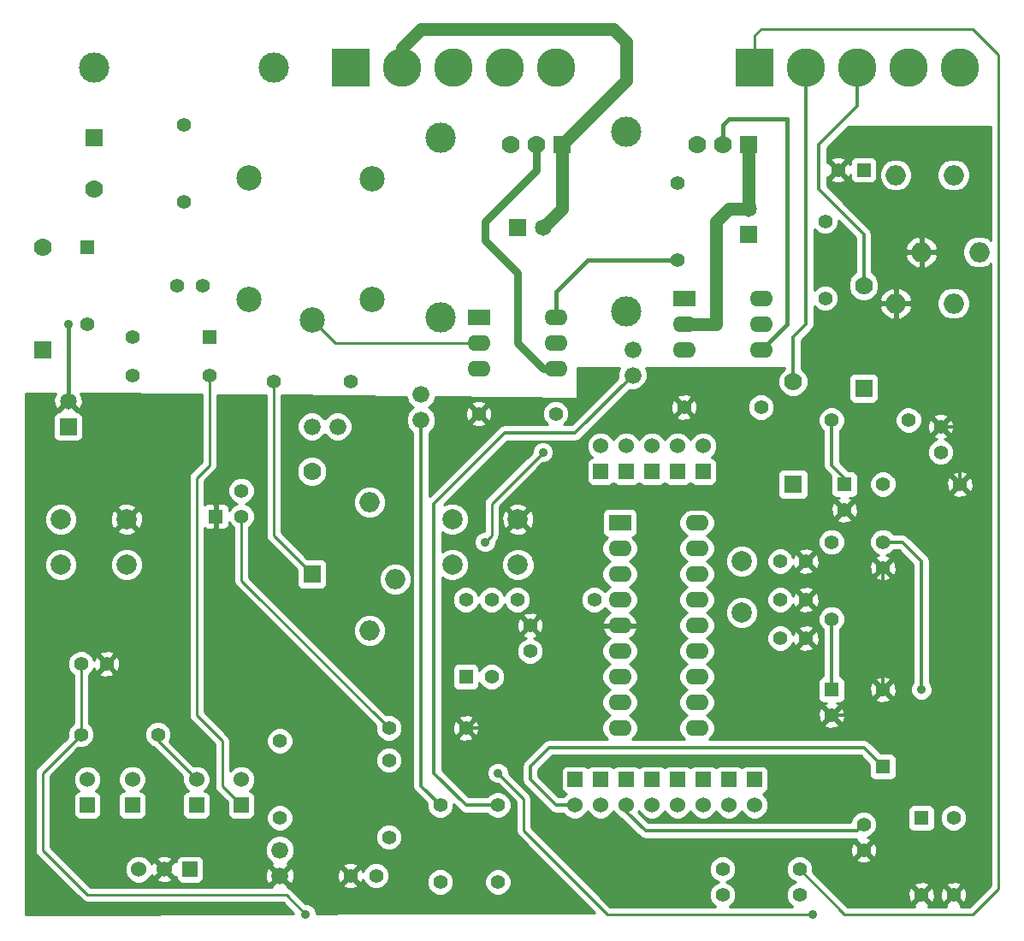
<source format=gtl>
G04 (created by PCBNEW-RS274X (2012-01-19 BZR 3256)-stable) date 21/05/2012 10:04:41 p.m.*
G01*
G70*
G90*
%MOIN*%
G04 Gerber Fmt 3.4, Leading zero omitted, Abs format*
%FSLAX34Y34*%
G04 APERTURE LIST*
%ADD10C,0.006000*%
%ADD11C,0.070000*%
%ADD12R,0.070000X0.070000*%
%ADD13C,0.055000*%
%ADD14R,0.060000X0.060000*%
%ADD15C,0.060000*%
%ADD16C,0.066000*%
%ADD17R,0.090000X0.062000*%
%ADD18O,0.090000X0.062000*%
%ADD19R,0.055000X0.055000*%
%ADD20R,0.065000X0.065000*%
%ADD21C,0.065000*%
%ADD22C,0.098400*%
%ADD23C,0.150000*%
%ADD24R,0.150000X0.150000*%
%ADD25O,0.078700X0.078700*%
%ADD26C,0.078700*%
%ADD27C,0.118100*%
%ADD28C,0.035000*%
%ADD29C,0.010000*%
%ADD30C,0.014000*%
%ADD31C,0.050000*%
%ADD32C,0.016000*%
%ADD33C,0.030000*%
G04 APERTURE END LIST*
G54D10*
G54D11*
X64500Y-16750D03*
X65500Y-16750D03*
G54D12*
X66500Y-16750D03*
G54D11*
X57250Y-16750D03*
X58250Y-16750D03*
G54D12*
X59250Y-16750D03*
G54D13*
X56500Y-37500D03*
X56500Y-34500D03*
X42500Y-25750D03*
X45500Y-25750D03*
X48250Y-40000D03*
X48250Y-43000D03*
X69500Y-22750D03*
X69500Y-19750D03*
X63750Y-21250D03*
X63750Y-18250D03*
X67000Y-27000D03*
X64000Y-27000D03*
X59000Y-27250D03*
X56000Y-27250D03*
X57500Y-34500D03*
X60500Y-34500D03*
X44500Y-16000D03*
X44500Y-19000D03*
X48000Y-26000D03*
X51000Y-26000D03*
X56750Y-45500D03*
X56750Y-42500D03*
X54500Y-45500D03*
X54500Y-42500D03*
X43500Y-39750D03*
X40500Y-39750D03*
X52500Y-39500D03*
X55500Y-39500D03*
X65500Y-46000D03*
X68500Y-46000D03*
X65500Y-45000D03*
X68500Y-45000D03*
X69750Y-35250D03*
X69750Y-32250D03*
X69750Y-27500D03*
X72750Y-27500D03*
X74500Y-43000D03*
X74500Y-46000D03*
X71750Y-30000D03*
X74750Y-30000D03*
X52500Y-43750D03*
X52500Y-40750D03*
G54D14*
X62750Y-41500D03*
G54D15*
X62750Y-42500D03*
G54D14*
X63750Y-41500D03*
G54D15*
X63750Y-42500D03*
G54D14*
X64750Y-29500D03*
G54D15*
X64750Y-28500D03*
G54D14*
X64750Y-41500D03*
G54D15*
X64750Y-42500D03*
G54D14*
X65750Y-41500D03*
G54D15*
X65750Y-42500D03*
G54D14*
X66750Y-41500D03*
G54D15*
X66750Y-42500D03*
G54D14*
X60750Y-41500D03*
G54D15*
X60750Y-42500D03*
G54D14*
X59750Y-41500D03*
G54D15*
X59750Y-42500D03*
G54D14*
X60750Y-29500D03*
G54D15*
X60750Y-28500D03*
G54D14*
X61750Y-29500D03*
G54D15*
X61750Y-28500D03*
G54D14*
X62750Y-29500D03*
G54D15*
X62750Y-28500D03*
G54D14*
X63750Y-29500D03*
G54D15*
X63750Y-28500D03*
G54D14*
X61750Y-41500D03*
G54D15*
X61750Y-42500D03*
G54D14*
X46750Y-42500D03*
G54D15*
X46750Y-41500D03*
G54D14*
X45000Y-42500D03*
G54D15*
X45000Y-41500D03*
G54D14*
X42500Y-42500D03*
G54D15*
X42500Y-41500D03*
G54D14*
X40750Y-42500D03*
G54D15*
X40750Y-41500D03*
G54D16*
X50500Y-27750D03*
X49500Y-27750D03*
X48250Y-44250D03*
X48250Y-45250D03*
X62000Y-25750D03*
X62000Y-24750D03*
X53750Y-27500D03*
X53750Y-26500D03*
G54D17*
X56000Y-23500D03*
G54D18*
X56000Y-24500D03*
X56000Y-25500D03*
X59000Y-25500D03*
X59000Y-24500D03*
X59000Y-23500D03*
G54D17*
X64000Y-22750D03*
G54D18*
X64000Y-23750D03*
X64000Y-24750D03*
X67000Y-24750D03*
X67000Y-23750D03*
X67000Y-22750D03*
G54D17*
X61500Y-31500D03*
G54D18*
X61500Y-32500D03*
X61500Y-33500D03*
X61500Y-34500D03*
X61500Y-35500D03*
X61500Y-36500D03*
X61500Y-37500D03*
X61500Y-38500D03*
X61500Y-39500D03*
X64500Y-39500D03*
X64500Y-38500D03*
X64500Y-37500D03*
X64500Y-36500D03*
X64500Y-35500D03*
X64500Y-34500D03*
X64500Y-33500D03*
X64500Y-32500D03*
X64500Y-31500D03*
G54D11*
X39000Y-20750D03*
G54D12*
X39000Y-24750D03*
G54D11*
X49500Y-29500D03*
G54D12*
X49500Y-33500D03*
G54D11*
X71000Y-22250D03*
G54D12*
X71000Y-26250D03*
G54D11*
X68250Y-26000D03*
G54D12*
X68250Y-30000D03*
G54D19*
X45500Y-24250D03*
G54D13*
X42500Y-24250D03*
G54D19*
X73250Y-43000D03*
G54D13*
X73250Y-46000D03*
G54D19*
X40750Y-20750D03*
G54D13*
X40750Y-23750D03*
G54D19*
X55500Y-37500D03*
G54D13*
X55500Y-34500D03*
G54D19*
X71750Y-41000D03*
G54D13*
X71750Y-38000D03*
G54D20*
X66500Y-20250D03*
G54D21*
X66500Y-19250D03*
G54D20*
X40000Y-27750D03*
G54D21*
X40000Y-26750D03*
G54D20*
X57500Y-20000D03*
G54D21*
X58500Y-20000D03*
G54D19*
X71000Y-17750D03*
G54D13*
X70000Y-17750D03*
G54D19*
X69750Y-38000D03*
G54D13*
X69750Y-39000D03*
G54D19*
X70250Y-30000D03*
G54D13*
X70250Y-31000D03*
X40500Y-37000D03*
X41500Y-37000D03*
X74000Y-28750D03*
X74000Y-27750D03*
X52000Y-45250D03*
X51000Y-45250D03*
X45250Y-22250D03*
X44250Y-22250D03*
X71750Y-32250D03*
X71750Y-33250D03*
X58000Y-36500D03*
X58000Y-35500D03*
X68750Y-36000D03*
X67750Y-36000D03*
X67750Y-34500D03*
X68750Y-34500D03*
X67750Y-33000D03*
X68750Y-33000D03*
X71000Y-43250D03*
X71000Y-44250D03*
G54D12*
X41000Y-16500D03*
G54D11*
X41000Y-18500D03*
G54D19*
X45750Y-31250D03*
G54D13*
X46750Y-31250D03*
X46750Y-30250D03*
G54D22*
X49500Y-23600D03*
X47050Y-22800D03*
X51850Y-22800D03*
X51850Y-18100D03*
X47050Y-18050D03*
G54D23*
X68750Y-13750D03*
X70750Y-13750D03*
G54D24*
X66750Y-13750D03*
G54D23*
X72750Y-13750D03*
X74750Y-13750D03*
X53000Y-13750D03*
X55000Y-13750D03*
G54D24*
X51000Y-13750D03*
G54D23*
X57000Y-13750D03*
X59000Y-13750D03*
G54D25*
X51750Y-30700D03*
X52750Y-33700D03*
X51750Y-35700D03*
X74500Y-17950D03*
X75500Y-20950D03*
X74500Y-22950D03*
X72250Y-17950D03*
X73250Y-20950D03*
X72250Y-22950D03*
G54D26*
X57530Y-31364D03*
X54970Y-33136D03*
X57530Y-33136D03*
X54970Y-31364D03*
X42280Y-31364D03*
X39720Y-33136D03*
X42280Y-33136D03*
X39720Y-31364D03*
G54D27*
X48000Y-13750D03*
X41000Y-13750D03*
G54D14*
X44750Y-45000D03*
G54D15*
X43750Y-45000D03*
X42750Y-45000D03*
G54D27*
X54500Y-16500D03*
X54500Y-23500D03*
X61750Y-16250D03*
X61750Y-23250D03*
G54D26*
X66250Y-35000D03*
X66250Y-33000D03*
G54D28*
X56750Y-41250D03*
X69000Y-46750D03*
X73250Y-38000D03*
X40000Y-23750D03*
X58500Y-28750D03*
X56250Y-32250D03*
X49250Y-46750D03*
G54D29*
X48000Y-26000D02*
X48000Y-32000D01*
X48000Y-32000D02*
X49500Y-33500D01*
X43500Y-40000D02*
X45000Y-41500D01*
X69000Y-46750D02*
X61000Y-46750D01*
X57750Y-43500D02*
X57750Y-42250D01*
X57750Y-42250D02*
X56750Y-41250D01*
X43500Y-39750D02*
X43500Y-40000D01*
X61000Y-46750D02*
X57750Y-43500D01*
G54D30*
X70750Y-13750D02*
X70750Y-15250D01*
X69250Y-16750D02*
X69250Y-18500D01*
X71000Y-20250D02*
X71000Y-22250D01*
X69250Y-18500D02*
X71000Y-20250D01*
X70750Y-15250D02*
X69250Y-16750D01*
G54D29*
X76250Y-13250D02*
X76250Y-45750D01*
X66750Y-13750D02*
X66750Y-12500D01*
X66750Y-12500D02*
X67000Y-12250D01*
X76250Y-45750D02*
X75250Y-46750D01*
X75250Y-12250D02*
X76250Y-13250D01*
X75250Y-46750D02*
X70250Y-46750D01*
X70250Y-46750D02*
X68500Y-45000D01*
X67000Y-12250D02*
X75250Y-12250D01*
G54D30*
X68250Y-24250D02*
X68750Y-23750D01*
X68750Y-23750D02*
X68750Y-13750D01*
X68250Y-26000D02*
X68250Y-24250D01*
X70250Y-30000D02*
X70250Y-29750D01*
X59750Y-42500D02*
X59000Y-42500D01*
X73250Y-38000D02*
X73250Y-33000D01*
X58000Y-41500D02*
X58000Y-41000D01*
X58750Y-40250D02*
X71000Y-40250D01*
X58000Y-41000D02*
X58750Y-40250D01*
X73250Y-33000D02*
X72500Y-32250D01*
X69750Y-29250D02*
X69750Y-27500D01*
X72500Y-32250D02*
X71750Y-32250D01*
X70250Y-29750D02*
X69750Y-29250D01*
X59000Y-42500D02*
X58000Y-41500D01*
X71000Y-40250D02*
X71750Y-41000D01*
X70750Y-43500D02*
X71000Y-43250D01*
X61750Y-42750D02*
X62500Y-43500D01*
X69750Y-38000D02*
X69750Y-35250D01*
X62500Y-43500D02*
X70750Y-43500D01*
X61750Y-42500D02*
X61750Y-42750D01*
G54D29*
X45500Y-29250D02*
X45000Y-29750D01*
X45000Y-39000D02*
X46000Y-40000D01*
X46000Y-41750D02*
X46750Y-42500D01*
X45500Y-25750D02*
X45500Y-29250D01*
X45000Y-29750D02*
X45000Y-39000D01*
X46000Y-40000D02*
X46000Y-41750D01*
G54D31*
X59250Y-16750D02*
X61750Y-14250D01*
X53750Y-12250D02*
X53000Y-13000D01*
X65250Y-20000D02*
X65250Y-19750D01*
X65250Y-19750D02*
X65750Y-19250D01*
X65750Y-19250D02*
X66500Y-19250D01*
X64000Y-23750D02*
X65250Y-23750D01*
X66500Y-19250D02*
X66500Y-16750D01*
X59250Y-19250D02*
X58500Y-20000D01*
X59250Y-16750D02*
X59250Y-19250D01*
X61750Y-14250D02*
X61750Y-12750D01*
X61750Y-12750D02*
X61250Y-12250D01*
X61250Y-12250D02*
X53750Y-12250D01*
X53000Y-13000D02*
X53000Y-13750D01*
X65250Y-23750D02*
X65250Y-20000D01*
G54D30*
X74750Y-28000D02*
X74750Y-30000D01*
X74500Y-27750D02*
X74750Y-28000D01*
X71750Y-38000D02*
X72500Y-38750D01*
G54D29*
X50400Y-24500D02*
X49500Y-23600D01*
G54D30*
X74000Y-27750D02*
X74500Y-27750D01*
G54D32*
X40000Y-23750D02*
X40000Y-26750D01*
G54D30*
X72500Y-38750D02*
X72500Y-45250D01*
X72500Y-45250D02*
X73250Y-46000D01*
G54D29*
X56000Y-24500D02*
X50400Y-24500D01*
G54D30*
X71750Y-33250D02*
X71750Y-38000D01*
X70750Y-39000D02*
X71750Y-38000D01*
X57000Y-39500D02*
X55500Y-39500D01*
X69750Y-39000D02*
X70750Y-39000D01*
X58000Y-35500D02*
X58750Y-36250D01*
X58750Y-36250D02*
X58750Y-37750D01*
X58750Y-37750D02*
X57000Y-39500D01*
G54D29*
X56250Y-32250D02*
X56500Y-32000D01*
X56500Y-30750D02*
X58500Y-28750D01*
X56500Y-32000D02*
X56500Y-30750D01*
G54D30*
X53750Y-41750D02*
X54500Y-42500D01*
X53750Y-27500D02*
X53750Y-28000D01*
X53750Y-28000D02*
X53750Y-41750D01*
G54D29*
X46750Y-31250D02*
X46750Y-33750D01*
X46750Y-33750D02*
X52500Y-39500D01*
G54D32*
X65500Y-16750D02*
X65500Y-16000D01*
X68000Y-15750D02*
X68000Y-23750D01*
X65750Y-15750D02*
X68000Y-15750D01*
X65500Y-16000D02*
X65750Y-15750D01*
X68000Y-23750D02*
X67000Y-24750D01*
X59000Y-23500D02*
X59000Y-22500D01*
X60250Y-21250D02*
X63750Y-21250D01*
X59000Y-22500D02*
X60250Y-21250D01*
G54D33*
X56250Y-19750D02*
X58250Y-17750D01*
X59000Y-25500D02*
X58500Y-25500D01*
X58250Y-17750D02*
X58250Y-16750D01*
X56250Y-20500D02*
X56250Y-19750D01*
X57500Y-21750D02*
X56250Y-20500D01*
X57500Y-24500D02*
X57500Y-21750D01*
X58500Y-25500D02*
X57500Y-24500D01*
G54D30*
X56750Y-42500D02*
X55500Y-42500D01*
X54250Y-41250D02*
X54250Y-30750D01*
X54250Y-30750D02*
X57000Y-28000D01*
X59750Y-28000D02*
X62000Y-25750D01*
X55500Y-42500D02*
X54250Y-41250D01*
X57000Y-28000D02*
X59750Y-28000D01*
G54D29*
X49250Y-46750D02*
X48500Y-46000D01*
X39000Y-44250D02*
X39000Y-41250D01*
X39000Y-41250D02*
X40500Y-39750D01*
X40500Y-37000D02*
X40500Y-39750D01*
X40750Y-46000D02*
X39000Y-44250D01*
X48500Y-46000D02*
X40750Y-46000D01*
G54D10*
G36*
X61496Y-25450D02*
X61420Y-25634D01*
X61420Y-25865D01*
X61423Y-25873D01*
X59617Y-27680D01*
X59312Y-27680D01*
X59445Y-27548D01*
X59525Y-27355D01*
X59525Y-27146D01*
X59445Y-26953D01*
X59298Y-26805D01*
X59105Y-26725D01*
X58896Y-26725D01*
X58703Y-26805D01*
X58555Y-26952D01*
X58475Y-27145D01*
X58475Y-27354D01*
X58555Y-27547D01*
X58687Y-27680D01*
X57000Y-27680D01*
X56877Y-27704D01*
X56774Y-27774D01*
X56519Y-28029D01*
X56519Y-27324D01*
X56508Y-27120D01*
X56452Y-26983D01*
X56361Y-26960D01*
X56290Y-27031D01*
X56290Y-26889D01*
X56267Y-26798D01*
X56074Y-26731D01*
X55870Y-26742D01*
X55733Y-26798D01*
X55710Y-26889D01*
X56000Y-27179D01*
X56290Y-26889D01*
X56290Y-27031D01*
X56071Y-27250D01*
X56361Y-27540D01*
X56452Y-27517D01*
X56519Y-27324D01*
X56519Y-28029D01*
X56290Y-28258D01*
X56290Y-27611D01*
X56000Y-27321D01*
X55929Y-27392D01*
X55929Y-27250D01*
X55639Y-26960D01*
X55548Y-26983D01*
X55481Y-27176D01*
X55492Y-27380D01*
X55548Y-27517D01*
X55639Y-27540D01*
X55929Y-27250D01*
X55929Y-27392D01*
X55710Y-27611D01*
X55733Y-27702D01*
X55926Y-27769D01*
X56130Y-27758D01*
X56267Y-27702D01*
X56290Y-27611D01*
X56290Y-28258D01*
X54070Y-30478D01*
X54070Y-28000D01*
X54070Y-27995D01*
X54078Y-27992D01*
X54241Y-27829D01*
X54330Y-27616D01*
X54330Y-27385D01*
X54242Y-27172D01*
X54079Y-27009D01*
X54058Y-27000D01*
X54078Y-26992D01*
X54241Y-26829D01*
X54330Y-26616D01*
X54330Y-26598D01*
X59850Y-26650D01*
X59850Y-25450D01*
X61496Y-25450D01*
X61496Y-25450D01*
G37*
G54D29*
X61496Y-25450D02*
X61420Y-25634D01*
X61420Y-25865D01*
X61423Y-25873D01*
X59617Y-27680D01*
X59312Y-27680D01*
X59445Y-27548D01*
X59525Y-27355D01*
X59525Y-27146D01*
X59445Y-26953D01*
X59298Y-26805D01*
X59105Y-26725D01*
X58896Y-26725D01*
X58703Y-26805D01*
X58555Y-26952D01*
X58475Y-27145D01*
X58475Y-27354D01*
X58555Y-27547D01*
X58687Y-27680D01*
X57000Y-27680D01*
X56877Y-27704D01*
X56774Y-27774D01*
X56519Y-28029D01*
X56519Y-27324D01*
X56508Y-27120D01*
X56452Y-26983D01*
X56361Y-26960D01*
X56290Y-27031D01*
X56290Y-26889D01*
X56267Y-26798D01*
X56074Y-26731D01*
X55870Y-26742D01*
X55733Y-26798D01*
X55710Y-26889D01*
X56000Y-27179D01*
X56290Y-26889D01*
X56290Y-27031D01*
X56071Y-27250D01*
X56361Y-27540D01*
X56452Y-27517D01*
X56519Y-27324D01*
X56519Y-28029D01*
X56290Y-28258D01*
X56290Y-27611D01*
X56000Y-27321D01*
X55929Y-27392D01*
X55929Y-27250D01*
X55639Y-26960D01*
X55548Y-26983D01*
X55481Y-27176D01*
X55492Y-27380D01*
X55548Y-27517D01*
X55639Y-27540D01*
X55929Y-27250D01*
X55929Y-27392D01*
X55710Y-27611D01*
X55733Y-27702D01*
X55926Y-27769D01*
X56130Y-27758D01*
X56267Y-27702D01*
X56290Y-27611D01*
X56290Y-28258D01*
X54070Y-30478D01*
X54070Y-28000D01*
X54070Y-27995D01*
X54078Y-27992D01*
X54241Y-27829D01*
X54330Y-27616D01*
X54330Y-27385D01*
X54242Y-27172D01*
X54079Y-27009D01*
X54058Y-27000D01*
X54078Y-26992D01*
X54241Y-26829D01*
X54330Y-26616D01*
X54330Y-26598D01*
X59850Y-26650D01*
X59850Y-25450D01*
X61496Y-25450D01*
G54D10*
G36*
X75950Y-45626D02*
X75269Y-46307D01*
X75269Y-30074D01*
X75258Y-29870D01*
X75202Y-29733D01*
X75143Y-29718D01*
X75143Y-23076D01*
X75143Y-22825D01*
X75047Y-22593D01*
X74870Y-22415D01*
X74638Y-22319D01*
X74387Y-22319D01*
X74363Y-22319D01*
X74131Y-22415D01*
X73953Y-22592D01*
X73875Y-22780D01*
X73875Y-21100D01*
X73875Y-20800D01*
X73805Y-20609D01*
X73632Y-20423D01*
X73401Y-20317D01*
X73300Y-20363D01*
X73300Y-20900D01*
X73828Y-20900D01*
X73875Y-20800D01*
X73875Y-21100D01*
X73828Y-21000D01*
X73300Y-21000D01*
X73300Y-21537D01*
X73401Y-21583D01*
X73632Y-21477D01*
X73805Y-21291D01*
X73875Y-21100D01*
X73875Y-22780D01*
X73857Y-22824D01*
X73857Y-23075D01*
X73953Y-23307D01*
X74130Y-23485D01*
X74362Y-23581D01*
X74613Y-23581D01*
X74637Y-23581D01*
X74869Y-23485D01*
X75047Y-23308D01*
X75143Y-23076D01*
X75143Y-29718D01*
X75111Y-29710D01*
X75040Y-29781D01*
X75040Y-29639D01*
X75017Y-29548D01*
X74824Y-29481D01*
X74620Y-29492D01*
X74525Y-29530D01*
X74525Y-28855D01*
X74525Y-28646D01*
X74519Y-28631D01*
X74519Y-27824D01*
X74508Y-27620D01*
X74452Y-27483D01*
X74361Y-27460D01*
X74290Y-27531D01*
X74290Y-27389D01*
X74267Y-27298D01*
X74074Y-27231D01*
X73870Y-27242D01*
X73733Y-27298D01*
X73710Y-27389D01*
X74000Y-27679D01*
X74290Y-27389D01*
X74290Y-27531D01*
X74071Y-27750D01*
X74361Y-28040D01*
X74452Y-28017D01*
X74519Y-27824D01*
X74519Y-28631D01*
X74445Y-28453D01*
X74298Y-28305D01*
X74157Y-28246D01*
X74267Y-28202D01*
X74290Y-28111D01*
X74000Y-27821D01*
X73929Y-27892D01*
X73929Y-27750D01*
X73639Y-27460D01*
X73548Y-27483D01*
X73481Y-27676D01*
X73492Y-27880D01*
X73548Y-28017D01*
X73639Y-28040D01*
X73929Y-27750D01*
X73929Y-27892D01*
X73710Y-28111D01*
X73733Y-28202D01*
X73851Y-28243D01*
X73703Y-28305D01*
X73555Y-28452D01*
X73475Y-28645D01*
X73475Y-28854D01*
X73555Y-29047D01*
X73702Y-29195D01*
X73895Y-29275D01*
X74104Y-29275D01*
X74297Y-29195D01*
X74445Y-29048D01*
X74525Y-28855D01*
X74525Y-29530D01*
X74483Y-29548D01*
X74460Y-29639D01*
X74750Y-29929D01*
X75040Y-29639D01*
X75040Y-29781D01*
X74821Y-30000D01*
X75111Y-30290D01*
X75202Y-30267D01*
X75269Y-30074D01*
X75269Y-46307D01*
X75126Y-46450D01*
X75040Y-46450D01*
X75040Y-30361D01*
X74750Y-30071D01*
X74679Y-30142D01*
X74679Y-30000D01*
X74389Y-29710D01*
X74298Y-29733D01*
X74231Y-29926D01*
X74242Y-30130D01*
X74298Y-30267D01*
X74389Y-30290D01*
X74679Y-30000D01*
X74679Y-30142D01*
X74460Y-30361D01*
X74483Y-30452D01*
X74676Y-30519D01*
X74880Y-30508D01*
X75017Y-30452D01*
X75040Y-30361D01*
X75040Y-46450D01*
X75025Y-46450D01*
X75025Y-43105D01*
X75025Y-42896D01*
X74945Y-42703D01*
X74798Y-42555D01*
X74605Y-42475D01*
X74396Y-42475D01*
X74203Y-42555D01*
X74055Y-42702D01*
X73975Y-42895D01*
X73975Y-43104D01*
X74055Y-43297D01*
X74202Y-43445D01*
X74395Y-43525D01*
X74604Y-43525D01*
X74797Y-43445D01*
X74945Y-43298D01*
X75025Y-43105D01*
X75025Y-46450D01*
X75019Y-46450D01*
X75019Y-46074D01*
X75008Y-45870D01*
X74952Y-45733D01*
X74861Y-45710D01*
X74790Y-45781D01*
X74790Y-45639D01*
X74767Y-45548D01*
X74574Y-45481D01*
X74370Y-45492D01*
X74233Y-45548D01*
X74210Y-45639D01*
X74500Y-45929D01*
X74790Y-45639D01*
X74790Y-45781D01*
X74571Y-46000D01*
X74861Y-46290D01*
X74952Y-46267D01*
X75019Y-46074D01*
X75019Y-46450D01*
X74767Y-46450D01*
X74790Y-46361D01*
X74500Y-46071D01*
X74429Y-46142D01*
X74429Y-46000D01*
X74139Y-45710D01*
X74048Y-45733D01*
X73981Y-45926D01*
X73992Y-46130D01*
X74048Y-46267D01*
X74139Y-46290D01*
X74429Y-46000D01*
X74429Y-46142D01*
X74210Y-46361D01*
X74232Y-46450D01*
X73774Y-46450D01*
X73774Y-43325D01*
X73774Y-43226D01*
X73774Y-42676D01*
X73736Y-42584D01*
X73675Y-42523D01*
X73675Y-38085D01*
X73675Y-37916D01*
X73611Y-37760D01*
X73570Y-37719D01*
X73570Y-33000D01*
X73546Y-32878D01*
X73545Y-32876D01*
X73476Y-32774D01*
X73476Y-32773D01*
X73275Y-32572D01*
X73275Y-27605D01*
X73275Y-27396D01*
X73200Y-27215D01*
X73200Y-21537D01*
X73200Y-21000D01*
X73200Y-20900D01*
X73200Y-20363D01*
X73099Y-20317D01*
X72893Y-20411D01*
X72893Y-18076D01*
X72893Y-17825D01*
X72797Y-17593D01*
X72620Y-17415D01*
X72388Y-17319D01*
X72137Y-17319D01*
X72113Y-17319D01*
X71881Y-17415D01*
X71703Y-17592D01*
X71607Y-17824D01*
X71607Y-18075D01*
X71703Y-18307D01*
X71880Y-18485D01*
X72112Y-18581D01*
X72363Y-18581D01*
X72387Y-18581D01*
X72619Y-18485D01*
X72797Y-18308D01*
X72893Y-18076D01*
X72893Y-20411D01*
X72868Y-20423D01*
X72695Y-20609D01*
X72625Y-20800D01*
X72672Y-20900D01*
X73200Y-20900D01*
X73200Y-21000D01*
X72672Y-21000D01*
X72625Y-21100D01*
X72695Y-21291D01*
X72868Y-21477D01*
X73099Y-21583D01*
X73200Y-21537D01*
X73200Y-27215D01*
X73195Y-27203D01*
X73048Y-27055D01*
X72875Y-26983D01*
X72875Y-23100D01*
X72875Y-22800D01*
X72805Y-22609D01*
X72632Y-22423D01*
X72401Y-22317D01*
X72300Y-22363D01*
X72300Y-22900D01*
X72828Y-22900D01*
X72875Y-22800D01*
X72875Y-23100D01*
X72828Y-23000D01*
X72300Y-23000D01*
X72300Y-23537D01*
X72401Y-23583D01*
X72632Y-23477D01*
X72805Y-23291D01*
X72875Y-23100D01*
X72875Y-26983D01*
X72855Y-26975D01*
X72646Y-26975D01*
X72453Y-27055D01*
X72305Y-27202D01*
X72225Y-27395D01*
X72225Y-27604D01*
X72305Y-27797D01*
X72452Y-27945D01*
X72645Y-28025D01*
X72854Y-28025D01*
X73047Y-27945D01*
X73195Y-27798D01*
X73275Y-27605D01*
X73275Y-32572D01*
X72726Y-32024D01*
X72623Y-31954D01*
X72500Y-31930D01*
X72275Y-31930D01*
X72275Y-30105D01*
X72275Y-29896D01*
X72200Y-29715D01*
X72200Y-23537D01*
X72200Y-23000D01*
X72200Y-22900D01*
X72200Y-22363D01*
X72099Y-22317D01*
X71868Y-22423D01*
X71695Y-22609D01*
X71625Y-22800D01*
X71672Y-22900D01*
X72200Y-22900D01*
X72200Y-23000D01*
X71672Y-23000D01*
X71625Y-23100D01*
X71695Y-23291D01*
X71868Y-23477D01*
X72099Y-23583D01*
X72200Y-23537D01*
X72200Y-29715D01*
X72195Y-29703D01*
X72048Y-29555D01*
X71855Y-29475D01*
X71646Y-29475D01*
X71599Y-29494D01*
X71599Y-26650D01*
X71599Y-26551D01*
X71599Y-25851D01*
X71561Y-25759D01*
X71491Y-25689D01*
X71400Y-25651D01*
X71301Y-25651D01*
X70601Y-25651D01*
X70509Y-25689D01*
X70439Y-25759D01*
X70401Y-25850D01*
X70401Y-25949D01*
X70401Y-26649D01*
X70439Y-26741D01*
X70509Y-26811D01*
X70600Y-26849D01*
X70699Y-26849D01*
X71399Y-26849D01*
X71491Y-26811D01*
X71561Y-26741D01*
X71599Y-26650D01*
X71599Y-29494D01*
X71453Y-29555D01*
X71305Y-29702D01*
X71225Y-29895D01*
X71225Y-30104D01*
X71305Y-30297D01*
X71452Y-30445D01*
X71645Y-30525D01*
X71854Y-30525D01*
X72047Y-30445D01*
X72195Y-30298D01*
X72275Y-30105D01*
X72275Y-31930D01*
X72172Y-31930D01*
X72048Y-31805D01*
X71855Y-31725D01*
X71646Y-31725D01*
X71453Y-31805D01*
X71305Y-31952D01*
X71225Y-32145D01*
X71225Y-32354D01*
X71305Y-32547D01*
X71452Y-32695D01*
X71592Y-32753D01*
X71483Y-32798D01*
X71460Y-32889D01*
X71750Y-33179D01*
X72040Y-32889D01*
X72017Y-32798D01*
X71898Y-32756D01*
X72047Y-32695D01*
X72172Y-32570D01*
X72367Y-32570D01*
X72930Y-33132D01*
X72930Y-37719D01*
X72890Y-37759D01*
X72825Y-37915D01*
X72825Y-38084D01*
X72889Y-38240D01*
X73009Y-38360D01*
X73165Y-38425D01*
X73334Y-38425D01*
X73490Y-38361D01*
X73610Y-38241D01*
X73675Y-38085D01*
X73675Y-42523D01*
X73666Y-42514D01*
X73575Y-42476D01*
X73476Y-42476D01*
X72926Y-42476D01*
X72834Y-42514D01*
X72764Y-42584D01*
X72726Y-42675D01*
X72726Y-42774D01*
X72726Y-43324D01*
X72764Y-43416D01*
X72834Y-43486D01*
X72925Y-43524D01*
X73024Y-43524D01*
X73574Y-43524D01*
X73666Y-43486D01*
X73736Y-43416D01*
X73774Y-43325D01*
X73774Y-46450D01*
X73769Y-46450D01*
X73769Y-46074D01*
X73758Y-45870D01*
X73702Y-45733D01*
X73611Y-45710D01*
X73540Y-45781D01*
X73540Y-45639D01*
X73517Y-45548D01*
X73324Y-45481D01*
X73120Y-45492D01*
X72983Y-45548D01*
X72960Y-45639D01*
X73250Y-45929D01*
X73540Y-45639D01*
X73540Y-45781D01*
X73321Y-46000D01*
X73611Y-46290D01*
X73702Y-46267D01*
X73769Y-46074D01*
X73769Y-46450D01*
X73517Y-46450D01*
X73540Y-46361D01*
X73250Y-46071D01*
X73179Y-46142D01*
X73179Y-46000D01*
X72889Y-45710D01*
X72798Y-45733D01*
X72731Y-45926D01*
X72742Y-46130D01*
X72798Y-46267D01*
X72889Y-46290D01*
X73179Y-46000D01*
X73179Y-46142D01*
X72960Y-46361D01*
X72982Y-46450D01*
X72274Y-46450D01*
X72274Y-41325D01*
X72274Y-41226D01*
X72274Y-40676D01*
X72269Y-40663D01*
X72269Y-38074D01*
X72269Y-33324D01*
X72258Y-33120D01*
X72202Y-32983D01*
X72111Y-32960D01*
X71821Y-33250D01*
X72111Y-33540D01*
X72202Y-33517D01*
X72269Y-33324D01*
X72269Y-38074D01*
X72258Y-37870D01*
X72202Y-37733D01*
X72111Y-37710D01*
X72040Y-37781D01*
X72040Y-37639D01*
X72040Y-33611D01*
X71750Y-33321D01*
X71679Y-33392D01*
X71679Y-33250D01*
X71389Y-32960D01*
X71298Y-32983D01*
X71231Y-33176D01*
X71242Y-33380D01*
X71298Y-33517D01*
X71389Y-33540D01*
X71679Y-33250D01*
X71679Y-33392D01*
X71460Y-33611D01*
X71483Y-33702D01*
X71676Y-33769D01*
X71880Y-33758D01*
X72017Y-33702D01*
X72040Y-33611D01*
X72040Y-37639D01*
X72017Y-37548D01*
X71824Y-37481D01*
X71620Y-37492D01*
X71483Y-37548D01*
X71460Y-37639D01*
X71750Y-37929D01*
X72040Y-37639D01*
X72040Y-37781D01*
X71821Y-38000D01*
X72111Y-38290D01*
X72202Y-38267D01*
X72269Y-38074D01*
X72269Y-40663D01*
X72236Y-40584D01*
X72166Y-40514D01*
X72075Y-40476D01*
X72040Y-40476D01*
X72040Y-38361D01*
X71750Y-38071D01*
X71679Y-38142D01*
X71679Y-38000D01*
X71389Y-37710D01*
X71298Y-37733D01*
X71231Y-37926D01*
X71242Y-38130D01*
X71298Y-38267D01*
X71389Y-38290D01*
X71679Y-38000D01*
X71679Y-38142D01*
X71460Y-38361D01*
X71483Y-38452D01*
X71676Y-38519D01*
X71880Y-38508D01*
X72017Y-38452D01*
X72040Y-38361D01*
X72040Y-40476D01*
X71976Y-40476D01*
X71678Y-40476D01*
X71226Y-40024D01*
X71123Y-39954D01*
X71000Y-39930D01*
X70774Y-39930D01*
X70774Y-30325D01*
X70774Y-30226D01*
X70774Y-29676D01*
X70736Y-29584D01*
X70666Y-29514D01*
X70575Y-29476D01*
X70476Y-29476D01*
X70428Y-29476D01*
X70070Y-29118D01*
X70070Y-27922D01*
X70195Y-27798D01*
X70275Y-27605D01*
X70275Y-27396D01*
X70195Y-27203D01*
X70048Y-27055D01*
X69855Y-26975D01*
X69646Y-26975D01*
X69453Y-27055D01*
X69305Y-27202D01*
X69225Y-27395D01*
X69225Y-27604D01*
X69305Y-27797D01*
X69430Y-27922D01*
X69430Y-29250D01*
X69454Y-29373D01*
X69524Y-29476D01*
X69726Y-29678D01*
X69726Y-29774D01*
X69726Y-30324D01*
X69764Y-30416D01*
X69834Y-30486D01*
X69925Y-30524D01*
X70024Y-30524D01*
X70041Y-30524D01*
X69983Y-30548D01*
X69960Y-30639D01*
X70250Y-30929D01*
X70540Y-30639D01*
X70517Y-30548D01*
X70447Y-30524D01*
X70574Y-30524D01*
X70666Y-30486D01*
X70736Y-30416D01*
X70774Y-30325D01*
X70774Y-39930D01*
X70769Y-39930D01*
X70769Y-31074D01*
X70758Y-30870D01*
X70702Y-30733D01*
X70611Y-30710D01*
X70321Y-31000D01*
X70611Y-31290D01*
X70702Y-31267D01*
X70769Y-31074D01*
X70769Y-39930D01*
X70540Y-39930D01*
X70540Y-31361D01*
X70250Y-31071D01*
X70179Y-31142D01*
X70179Y-31000D01*
X69889Y-30710D01*
X69798Y-30733D01*
X69731Y-30926D01*
X69742Y-31130D01*
X69798Y-31267D01*
X69889Y-31290D01*
X70179Y-31000D01*
X70179Y-31142D01*
X69960Y-31361D01*
X69983Y-31452D01*
X70176Y-31519D01*
X70380Y-31508D01*
X70517Y-31452D01*
X70540Y-31361D01*
X70540Y-39930D01*
X70275Y-39930D01*
X70275Y-35355D01*
X70275Y-35146D01*
X70275Y-32355D01*
X70275Y-32146D01*
X70195Y-31953D01*
X70048Y-31805D01*
X69855Y-31725D01*
X69646Y-31725D01*
X69453Y-31805D01*
X69305Y-31952D01*
X69225Y-32145D01*
X69225Y-32354D01*
X69305Y-32547D01*
X69452Y-32695D01*
X69645Y-32775D01*
X69854Y-32775D01*
X70047Y-32695D01*
X70195Y-32548D01*
X70275Y-32355D01*
X70275Y-35146D01*
X70195Y-34953D01*
X70048Y-34805D01*
X69855Y-34725D01*
X69646Y-34725D01*
X69453Y-34805D01*
X69305Y-34952D01*
X69269Y-35038D01*
X69269Y-34574D01*
X69269Y-33074D01*
X69258Y-32870D01*
X69202Y-32733D01*
X69111Y-32710D01*
X69040Y-32781D01*
X69040Y-32639D01*
X69017Y-32548D01*
X68849Y-32489D01*
X68849Y-30400D01*
X68849Y-30301D01*
X68849Y-29601D01*
X68811Y-29509D01*
X68741Y-29439D01*
X68650Y-29401D01*
X68551Y-29401D01*
X67851Y-29401D01*
X67759Y-29439D01*
X67689Y-29509D01*
X67651Y-29600D01*
X67651Y-29699D01*
X67651Y-30399D01*
X67689Y-30491D01*
X67759Y-30561D01*
X67850Y-30599D01*
X67949Y-30599D01*
X68649Y-30599D01*
X68741Y-30561D01*
X68811Y-30491D01*
X68849Y-30400D01*
X68849Y-32489D01*
X68824Y-32481D01*
X68620Y-32492D01*
X68483Y-32548D01*
X68460Y-32639D01*
X68750Y-32929D01*
X69040Y-32639D01*
X69040Y-32781D01*
X68821Y-33000D01*
X69111Y-33290D01*
X69202Y-33267D01*
X69269Y-33074D01*
X69269Y-34574D01*
X69258Y-34370D01*
X69202Y-34233D01*
X69111Y-34210D01*
X69040Y-34281D01*
X69040Y-34139D01*
X69040Y-33361D01*
X68750Y-33071D01*
X68679Y-33142D01*
X68679Y-33000D01*
X68389Y-32710D01*
X68298Y-32733D01*
X68256Y-32851D01*
X68195Y-32703D01*
X68048Y-32555D01*
X67855Y-32475D01*
X67646Y-32475D01*
X67525Y-32525D01*
X67525Y-27105D01*
X67525Y-26896D01*
X67445Y-26703D01*
X67298Y-26555D01*
X67105Y-26475D01*
X66896Y-26475D01*
X66703Y-26555D01*
X66555Y-26702D01*
X66475Y-26895D01*
X66475Y-27104D01*
X66555Y-27297D01*
X66702Y-27445D01*
X66895Y-27525D01*
X67104Y-27525D01*
X67297Y-27445D01*
X67445Y-27298D01*
X67525Y-27105D01*
X67525Y-32525D01*
X67453Y-32555D01*
X67305Y-32702D01*
X67225Y-32895D01*
X67225Y-33104D01*
X67305Y-33297D01*
X67452Y-33445D01*
X67645Y-33525D01*
X67854Y-33525D01*
X68047Y-33445D01*
X68195Y-33298D01*
X68253Y-33157D01*
X68298Y-33267D01*
X68389Y-33290D01*
X68679Y-33000D01*
X68679Y-33142D01*
X68460Y-33361D01*
X68483Y-33452D01*
X68676Y-33519D01*
X68880Y-33508D01*
X69017Y-33452D01*
X69040Y-33361D01*
X69040Y-34139D01*
X69017Y-34048D01*
X68824Y-33981D01*
X68620Y-33992D01*
X68483Y-34048D01*
X68460Y-34139D01*
X68750Y-34429D01*
X69040Y-34139D01*
X69040Y-34281D01*
X68821Y-34500D01*
X69111Y-34790D01*
X69202Y-34767D01*
X69269Y-34574D01*
X69269Y-35038D01*
X69225Y-35145D01*
X69225Y-35354D01*
X69305Y-35547D01*
X69430Y-35672D01*
X69430Y-37476D01*
X69426Y-37476D01*
X69334Y-37514D01*
X69269Y-37579D01*
X69269Y-36074D01*
X69258Y-35870D01*
X69202Y-35733D01*
X69111Y-35710D01*
X69040Y-35781D01*
X69040Y-35639D01*
X69040Y-34861D01*
X68750Y-34571D01*
X68679Y-34642D01*
X68679Y-34500D01*
X68389Y-34210D01*
X68298Y-34233D01*
X68256Y-34351D01*
X68195Y-34203D01*
X68048Y-34055D01*
X67855Y-33975D01*
X67646Y-33975D01*
X67453Y-34055D01*
X67305Y-34202D01*
X67225Y-34395D01*
X67225Y-34604D01*
X67305Y-34797D01*
X67452Y-34945D01*
X67645Y-35025D01*
X67854Y-35025D01*
X68047Y-34945D01*
X68195Y-34798D01*
X68253Y-34657D01*
X68298Y-34767D01*
X68389Y-34790D01*
X68679Y-34500D01*
X68679Y-34642D01*
X68460Y-34861D01*
X68483Y-34952D01*
X68676Y-35019D01*
X68880Y-35008D01*
X69017Y-34952D01*
X69040Y-34861D01*
X69040Y-35639D01*
X69017Y-35548D01*
X68824Y-35481D01*
X68620Y-35492D01*
X68483Y-35548D01*
X68460Y-35639D01*
X68750Y-35929D01*
X69040Y-35639D01*
X69040Y-35781D01*
X68821Y-36000D01*
X69111Y-36290D01*
X69202Y-36267D01*
X69269Y-36074D01*
X69269Y-37579D01*
X69264Y-37584D01*
X69226Y-37675D01*
X69226Y-37774D01*
X69226Y-38324D01*
X69264Y-38416D01*
X69334Y-38486D01*
X69425Y-38524D01*
X69524Y-38524D01*
X69541Y-38524D01*
X69483Y-38548D01*
X69460Y-38639D01*
X69750Y-38929D01*
X70040Y-38639D01*
X70017Y-38548D01*
X69947Y-38524D01*
X70074Y-38524D01*
X70166Y-38486D01*
X70236Y-38416D01*
X70274Y-38325D01*
X70274Y-38226D01*
X70274Y-37676D01*
X70236Y-37584D01*
X70166Y-37514D01*
X70075Y-37476D01*
X70070Y-37476D01*
X70070Y-35672D01*
X70195Y-35548D01*
X70275Y-35355D01*
X70275Y-39930D01*
X70269Y-39930D01*
X70269Y-39074D01*
X70258Y-38870D01*
X70202Y-38733D01*
X70111Y-38710D01*
X69821Y-39000D01*
X70111Y-39290D01*
X70202Y-39267D01*
X70269Y-39074D01*
X70269Y-39930D01*
X70040Y-39930D01*
X70040Y-39361D01*
X69750Y-39071D01*
X69679Y-39142D01*
X69679Y-39000D01*
X69389Y-38710D01*
X69298Y-38733D01*
X69231Y-38926D01*
X69242Y-39130D01*
X69298Y-39267D01*
X69389Y-39290D01*
X69679Y-39000D01*
X69679Y-39142D01*
X69460Y-39361D01*
X69483Y-39452D01*
X69676Y-39519D01*
X69880Y-39508D01*
X70017Y-39452D01*
X70040Y-39361D01*
X70040Y-39930D01*
X69040Y-39930D01*
X69040Y-36361D01*
X68750Y-36071D01*
X68679Y-36142D01*
X68679Y-36000D01*
X68389Y-35710D01*
X68298Y-35733D01*
X68256Y-35851D01*
X68195Y-35703D01*
X68048Y-35555D01*
X67855Y-35475D01*
X67646Y-35475D01*
X67453Y-35555D01*
X67305Y-35702D01*
X67225Y-35895D01*
X67225Y-36104D01*
X67305Y-36297D01*
X67452Y-36445D01*
X67645Y-36525D01*
X67854Y-36525D01*
X68047Y-36445D01*
X68195Y-36298D01*
X68253Y-36157D01*
X68298Y-36267D01*
X68389Y-36290D01*
X68679Y-36000D01*
X68679Y-36142D01*
X68460Y-36361D01*
X68483Y-36452D01*
X68676Y-36519D01*
X68880Y-36508D01*
X69017Y-36452D01*
X69040Y-36361D01*
X69040Y-39930D01*
X66893Y-39930D01*
X66893Y-35129D01*
X66893Y-34873D01*
X66893Y-33129D01*
X66893Y-32873D01*
X66795Y-32637D01*
X66615Y-32456D01*
X66379Y-32357D01*
X66123Y-32357D01*
X65887Y-32455D01*
X65706Y-32635D01*
X65607Y-32871D01*
X65607Y-33127D01*
X65705Y-33363D01*
X65885Y-33544D01*
X66121Y-33643D01*
X66377Y-33643D01*
X66613Y-33545D01*
X66794Y-33365D01*
X66893Y-33129D01*
X66893Y-34873D01*
X66795Y-34637D01*
X66615Y-34456D01*
X66379Y-34357D01*
X66123Y-34357D01*
X65887Y-34455D01*
X65706Y-34635D01*
X65607Y-34871D01*
X65607Y-35127D01*
X65705Y-35363D01*
X65885Y-35544D01*
X66121Y-35643D01*
X66377Y-35643D01*
X66613Y-35545D01*
X66794Y-35365D01*
X66893Y-35129D01*
X66893Y-39930D01*
X65299Y-39930D01*
X65299Y-29850D01*
X65299Y-29751D01*
X65299Y-29151D01*
X65261Y-29059D01*
X65191Y-28989D01*
X65100Y-28951D01*
X65075Y-28951D01*
X65215Y-28811D01*
X65299Y-28609D01*
X65299Y-28391D01*
X65215Y-28189D01*
X65061Y-28035D01*
X64859Y-27951D01*
X64641Y-27951D01*
X64519Y-28001D01*
X64519Y-27074D01*
X64508Y-26870D01*
X64452Y-26733D01*
X64361Y-26710D01*
X64290Y-26781D01*
X64290Y-26639D01*
X64267Y-26548D01*
X64074Y-26481D01*
X63870Y-26492D01*
X63733Y-26548D01*
X63710Y-26639D01*
X64000Y-26929D01*
X64290Y-26639D01*
X64290Y-26781D01*
X64071Y-27000D01*
X64361Y-27290D01*
X64452Y-27267D01*
X64519Y-27074D01*
X64519Y-28001D01*
X64439Y-28035D01*
X64290Y-28184D01*
X64290Y-27361D01*
X64000Y-27071D01*
X63929Y-27142D01*
X63929Y-27000D01*
X63639Y-26710D01*
X63548Y-26733D01*
X63481Y-26926D01*
X63492Y-27130D01*
X63548Y-27267D01*
X63639Y-27290D01*
X63929Y-27000D01*
X63929Y-27142D01*
X63710Y-27361D01*
X63733Y-27452D01*
X63926Y-27519D01*
X64130Y-27508D01*
X64267Y-27452D01*
X64290Y-27361D01*
X64290Y-28184D01*
X64285Y-28189D01*
X64250Y-28273D01*
X64215Y-28189D01*
X64061Y-28035D01*
X63859Y-27951D01*
X63641Y-27951D01*
X63439Y-28035D01*
X63285Y-28189D01*
X63250Y-28273D01*
X63215Y-28189D01*
X63061Y-28035D01*
X62859Y-27951D01*
X62641Y-27951D01*
X62439Y-28035D01*
X62285Y-28189D01*
X62250Y-28273D01*
X62215Y-28189D01*
X62061Y-28035D01*
X61859Y-27951D01*
X61641Y-27951D01*
X61439Y-28035D01*
X61285Y-28189D01*
X61250Y-28273D01*
X61215Y-28189D01*
X61061Y-28035D01*
X60859Y-27951D01*
X60641Y-27951D01*
X60439Y-28035D01*
X60285Y-28189D01*
X60201Y-28391D01*
X60201Y-28609D01*
X60285Y-28811D01*
X60425Y-28951D01*
X60401Y-28951D01*
X60309Y-28989D01*
X60239Y-29059D01*
X60201Y-29150D01*
X60201Y-29249D01*
X60201Y-29849D01*
X60239Y-29941D01*
X60309Y-30011D01*
X60400Y-30049D01*
X60499Y-30049D01*
X61099Y-30049D01*
X61191Y-30011D01*
X61250Y-29952D01*
X61309Y-30011D01*
X61400Y-30049D01*
X61499Y-30049D01*
X62099Y-30049D01*
X62191Y-30011D01*
X62250Y-29952D01*
X62309Y-30011D01*
X62400Y-30049D01*
X62499Y-30049D01*
X63099Y-30049D01*
X63191Y-30011D01*
X63250Y-29952D01*
X63309Y-30011D01*
X63400Y-30049D01*
X63499Y-30049D01*
X64099Y-30049D01*
X64191Y-30011D01*
X64250Y-29952D01*
X64309Y-30011D01*
X64400Y-30049D01*
X64499Y-30049D01*
X65099Y-30049D01*
X65191Y-30011D01*
X65261Y-29941D01*
X65299Y-29850D01*
X65299Y-39930D01*
X64999Y-39930D01*
X65118Y-39811D01*
X65202Y-39609D01*
X65202Y-39391D01*
X65118Y-39189D01*
X64964Y-39035D01*
X64879Y-39000D01*
X64964Y-38965D01*
X65118Y-38811D01*
X65202Y-38609D01*
X65202Y-38391D01*
X65118Y-38189D01*
X64964Y-38035D01*
X64879Y-38000D01*
X64964Y-37965D01*
X65118Y-37811D01*
X65202Y-37609D01*
X65202Y-37391D01*
X65118Y-37189D01*
X64964Y-37035D01*
X64879Y-37000D01*
X64964Y-36965D01*
X65118Y-36811D01*
X65202Y-36609D01*
X65202Y-36391D01*
X65118Y-36189D01*
X64964Y-36035D01*
X64879Y-36000D01*
X64964Y-35965D01*
X65118Y-35811D01*
X65202Y-35609D01*
X65202Y-35391D01*
X65118Y-35189D01*
X64964Y-35035D01*
X64879Y-35000D01*
X64964Y-34965D01*
X65118Y-34811D01*
X65202Y-34609D01*
X65202Y-34391D01*
X65118Y-34189D01*
X64964Y-34035D01*
X64879Y-34000D01*
X64964Y-33965D01*
X65118Y-33811D01*
X65202Y-33609D01*
X65202Y-33391D01*
X65118Y-33189D01*
X64964Y-33035D01*
X64879Y-33000D01*
X64964Y-32965D01*
X65118Y-32811D01*
X65202Y-32609D01*
X65202Y-32391D01*
X65118Y-32189D01*
X64964Y-32035D01*
X64879Y-32000D01*
X64964Y-31965D01*
X65118Y-31811D01*
X65202Y-31609D01*
X65202Y-31391D01*
X65118Y-31189D01*
X64964Y-31035D01*
X64762Y-30951D01*
X64544Y-30951D01*
X64238Y-30951D01*
X64036Y-31035D01*
X63882Y-31189D01*
X63798Y-31391D01*
X63798Y-31609D01*
X63882Y-31811D01*
X64036Y-31965D01*
X64120Y-32000D01*
X64036Y-32035D01*
X63882Y-32189D01*
X63798Y-32391D01*
X63798Y-32609D01*
X63882Y-32811D01*
X64036Y-32965D01*
X64120Y-33000D01*
X64036Y-33035D01*
X63882Y-33189D01*
X63798Y-33391D01*
X63798Y-33609D01*
X63882Y-33811D01*
X64036Y-33965D01*
X64120Y-34000D01*
X64036Y-34035D01*
X63882Y-34189D01*
X63798Y-34391D01*
X63798Y-34609D01*
X63882Y-34811D01*
X64036Y-34965D01*
X64120Y-35000D01*
X64036Y-35035D01*
X63882Y-35189D01*
X63798Y-35391D01*
X63798Y-35609D01*
X63882Y-35811D01*
X64036Y-35965D01*
X64120Y-36000D01*
X64036Y-36035D01*
X63882Y-36189D01*
X63798Y-36391D01*
X63798Y-36609D01*
X63882Y-36811D01*
X64036Y-36965D01*
X64120Y-37000D01*
X64036Y-37035D01*
X63882Y-37189D01*
X63798Y-37391D01*
X63798Y-37609D01*
X63882Y-37811D01*
X64036Y-37965D01*
X64120Y-38000D01*
X64036Y-38035D01*
X63882Y-38189D01*
X63798Y-38391D01*
X63798Y-38609D01*
X63882Y-38811D01*
X64036Y-38965D01*
X64120Y-39000D01*
X64036Y-39035D01*
X63882Y-39189D01*
X63798Y-39391D01*
X63798Y-39609D01*
X63882Y-39811D01*
X64001Y-39930D01*
X61999Y-39930D01*
X62118Y-39811D01*
X62202Y-39609D01*
X62202Y-39391D01*
X62118Y-39189D01*
X61964Y-39035D01*
X61879Y-39000D01*
X61964Y-38965D01*
X62118Y-38811D01*
X62202Y-38609D01*
X62202Y-38391D01*
X62118Y-38189D01*
X61964Y-38035D01*
X61879Y-38000D01*
X61964Y-37965D01*
X62118Y-37811D01*
X62202Y-37609D01*
X62202Y-37391D01*
X62118Y-37189D01*
X61964Y-37035D01*
X61879Y-37000D01*
X61964Y-36965D01*
X62118Y-36811D01*
X62202Y-36609D01*
X62202Y-36391D01*
X62202Y-34609D01*
X62202Y-34391D01*
X62118Y-34189D01*
X61964Y-34035D01*
X61879Y-34000D01*
X61964Y-33965D01*
X62118Y-33811D01*
X62202Y-33609D01*
X62202Y-33391D01*
X62118Y-33189D01*
X61964Y-33035D01*
X61879Y-33000D01*
X61964Y-32965D01*
X62118Y-32811D01*
X62202Y-32609D01*
X62202Y-32391D01*
X62118Y-32189D01*
X61988Y-32059D01*
X61999Y-32059D01*
X62091Y-32021D01*
X62161Y-31951D01*
X62199Y-31860D01*
X62199Y-31761D01*
X62199Y-31141D01*
X62161Y-31049D01*
X62091Y-30979D01*
X62000Y-30941D01*
X61901Y-30941D01*
X61001Y-30941D01*
X60909Y-30979D01*
X60839Y-31049D01*
X60801Y-31140D01*
X60801Y-31239D01*
X60801Y-31859D01*
X60839Y-31951D01*
X60909Y-32021D01*
X61000Y-32059D01*
X61012Y-32059D01*
X60882Y-32189D01*
X60798Y-32391D01*
X60798Y-32609D01*
X60882Y-32811D01*
X61036Y-32965D01*
X61120Y-33000D01*
X61036Y-33035D01*
X60882Y-33189D01*
X60798Y-33391D01*
X60798Y-33609D01*
X60882Y-33811D01*
X61036Y-33965D01*
X61120Y-34000D01*
X61036Y-34035D01*
X60906Y-34164D01*
X60798Y-34055D01*
X60605Y-33975D01*
X60396Y-33975D01*
X60203Y-34055D01*
X60055Y-34202D01*
X59975Y-34395D01*
X59975Y-34604D01*
X60055Y-34797D01*
X60202Y-34945D01*
X60395Y-35025D01*
X60604Y-35025D01*
X60797Y-34945D01*
X60906Y-34835D01*
X61036Y-34965D01*
X61115Y-34998D01*
X60950Y-35118D01*
X60835Y-35304D01*
X60818Y-35363D01*
X60865Y-35450D01*
X61400Y-35450D01*
X61450Y-35450D01*
X61550Y-35450D01*
X61600Y-35450D01*
X62135Y-35450D01*
X62182Y-35363D01*
X62165Y-35304D01*
X62050Y-35118D01*
X61884Y-34998D01*
X61964Y-34965D01*
X62118Y-34811D01*
X62202Y-34609D01*
X62202Y-36391D01*
X62118Y-36189D01*
X61964Y-36035D01*
X61884Y-36001D01*
X62050Y-35882D01*
X62165Y-35696D01*
X62182Y-35637D01*
X62135Y-35550D01*
X61600Y-35550D01*
X61550Y-35550D01*
X61450Y-35550D01*
X61400Y-35550D01*
X60865Y-35550D01*
X60818Y-35637D01*
X60835Y-35696D01*
X60950Y-35882D01*
X61115Y-36001D01*
X61036Y-36035D01*
X60882Y-36189D01*
X60798Y-36391D01*
X60798Y-36609D01*
X60882Y-36811D01*
X61036Y-36965D01*
X61120Y-37000D01*
X61036Y-37035D01*
X60882Y-37189D01*
X60798Y-37391D01*
X60798Y-37609D01*
X60882Y-37811D01*
X61036Y-37965D01*
X61120Y-38000D01*
X61036Y-38035D01*
X60882Y-38189D01*
X60798Y-38391D01*
X60798Y-38609D01*
X60882Y-38811D01*
X61036Y-38965D01*
X61120Y-39000D01*
X61036Y-39035D01*
X60882Y-39189D01*
X60798Y-39391D01*
X60798Y-39609D01*
X60882Y-39811D01*
X61001Y-39930D01*
X58925Y-39930D01*
X58925Y-28835D01*
X58925Y-28666D01*
X58861Y-28510D01*
X58741Y-28390D01*
X58585Y-28325D01*
X58416Y-28325D01*
X58260Y-28389D01*
X58140Y-28509D01*
X58075Y-28665D01*
X58075Y-28751D01*
X56288Y-30538D01*
X56223Y-30635D01*
X56200Y-30750D01*
X56200Y-31825D01*
X56166Y-31825D01*
X56010Y-31889D01*
X55890Y-32009D01*
X55825Y-32165D01*
X55825Y-32334D01*
X55889Y-32490D01*
X56009Y-32610D01*
X56165Y-32675D01*
X56334Y-32675D01*
X56490Y-32611D01*
X56610Y-32491D01*
X56675Y-32335D01*
X56675Y-32249D01*
X56712Y-32213D01*
X56712Y-32212D01*
X56777Y-32115D01*
X56799Y-32000D01*
X56800Y-32000D01*
X56800Y-30874D01*
X58499Y-29175D01*
X58584Y-29175D01*
X58740Y-29111D01*
X58860Y-28991D01*
X58925Y-28835D01*
X58925Y-39930D01*
X58750Y-39930D01*
X58628Y-39954D01*
X58626Y-39954D01*
X58626Y-39955D01*
X58525Y-40022D01*
X58525Y-36605D01*
X58525Y-36396D01*
X58519Y-36381D01*
X58519Y-35574D01*
X58508Y-35370D01*
X58452Y-35233D01*
X58361Y-35210D01*
X58290Y-35281D01*
X58290Y-35139D01*
X58267Y-35048D01*
X58173Y-35015D01*
X58173Y-33265D01*
X58173Y-33009D01*
X58165Y-32989D01*
X58165Y-31464D01*
X58155Y-31214D01*
X58078Y-31028D01*
X57974Y-30991D01*
X57903Y-31062D01*
X57903Y-30920D01*
X57866Y-30816D01*
X57630Y-30729D01*
X57380Y-30739D01*
X57194Y-30816D01*
X57157Y-30920D01*
X57530Y-31293D01*
X57903Y-30920D01*
X57903Y-31062D01*
X57601Y-31364D01*
X57974Y-31737D01*
X58078Y-31700D01*
X58165Y-31464D01*
X58165Y-32989D01*
X58075Y-32773D01*
X57903Y-32600D01*
X57903Y-31808D01*
X57530Y-31435D01*
X57459Y-31506D01*
X57459Y-31364D01*
X57086Y-30991D01*
X56982Y-31028D01*
X56895Y-31264D01*
X56905Y-31514D01*
X56982Y-31700D01*
X57086Y-31737D01*
X57459Y-31364D01*
X57459Y-31506D01*
X57157Y-31808D01*
X57194Y-31912D01*
X57430Y-31999D01*
X57680Y-31989D01*
X57866Y-31912D01*
X57903Y-31808D01*
X57903Y-32600D01*
X57895Y-32592D01*
X57659Y-32493D01*
X57403Y-32493D01*
X57167Y-32591D01*
X56986Y-32771D01*
X56887Y-33007D01*
X56887Y-33263D01*
X56985Y-33499D01*
X57165Y-33680D01*
X57401Y-33779D01*
X57657Y-33779D01*
X57893Y-33681D01*
X58074Y-33501D01*
X58173Y-33265D01*
X58173Y-35015D01*
X58074Y-34981D01*
X58025Y-34983D01*
X58025Y-34605D01*
X58025Y-34396D01*
X57945Y-34203D01*
X57798Y-34055D01*
X57605Y-33975D01*
X57396Y-33975D01*
X57203Y-34055D01*
X57055Y-34202D01*
X56999Y-34335D01*
X56945Y-34203D01*
X56798Y-34055D01*
X56605Y-33975D01*
X56396Y-33975D01*
X56203Y-34055D01*
X56055Y-34202D01*
X55999Y-34335D01*
X55945Y-34203D01*
X55798Y-34055D01*
X55605Y-33975D01*
X55396Y-33975D01*
X55203Y-34055D01*
X55055Y-34202D01*
X54975Y-34395D01*
X54975Y-34604D01*
X55055Y-34797D01*
X55202Y-34945D01*
X55395Y-35025D01*
X55604Y-35025D01*
X55797Y-34945D01*
X55945Y-34798D01*
X56000Y-34664D01*
X56055Y-34797D01*
X56202Y-34945D01*
X56395Y-35025D01*
X56604Y-35025D01*
X56797Y-34945D01*
X56945Y-34798D01*
X57000Y-34664D01*
X57055Y-34797D01*
X57202Y-34945D01*
X57395Y-35025D01*
X57604Y-35025D01*
X57797Y-34945D01*
X57945Y-34798D01*
X58025Y-34605D01*
X58025Y-34983D01*
X57870Y-34992D01*
X57733Y-35048D01*
X57710Y-35139D01*
X58000Y-35429D01*
X58290Y-35139D01*
X58290Y-35281D01*
X58071Y-35500D01*
X58361Y-35790D01*
X58452Y-35767D01*
X58519Y-35574D01*
X58519Y-36381D01*
X58445Y-36203D01*
X58298Y-36055D01*
X58157Y-35996D01*
X58267Y-35952D01*
X58290Y-35861D01*
X58000Y-35571D01*
X57929Y-35642D01*
X57929Y-35500D01*
X57639Y-35210D01*
X57548Y-35233D01*
X57481Y-35426D01*
X57492Y-35630D01*
X57548Y-35767D01*
X57639Y-35790D01*
X57929Y-35500D01*
X57929Y-35642D01*
X57710Y-35861D01*
X57733Y-35952D01*
X57851Y-35993D01*
X57703Y-36055D01*
X57555Y-36202D01*
X57475Y-36395D01*
X57475Y-36604D01*
X57555Y-36797D01*
X57702Y-36945D01*
X57895Y-37025D01*
X58104Y-37025D01*
X58297Y-36945D01*
X58445Y-36798D01*
X58525Y-36605D01*
X58525Y-40022D01*
X58523Y-40024D01*
X57774Y-40774D01*
X57704Y-40877D01*
X57680Y-41000D01*
X57680Y-41500D01*
X57704Y-41623D01*
X57774Y-41726D01*
X58774Y-42726D01*
X58877Y-42795D01*
X58878Y-42796D01*
X59000Y-42820D01*
X59294Y-42820D01*
X59439Y-42965D01*
X59641Y-43049D01*
X59859Y-43049D01*
X60061Y-42965D01*
X60215Y-42811D01*
X60250Y-42726D01*
X60285Y-42811D01*
X60439Y-42965D01*
X60641Y-43049D01*
X60859Y-43049D01*
X61061Y-42965D01*
X61215Y-42811D01*
X61250Y-42726D01*
X61285Y-42811D01*
X61439Y-42965D01*
X61565Y-43017D01*
X62273Y-43726D01*
X62274Y-43726D01*
X62376Y-43795D01*
X62378Y-43796D01*
X62500Y-43820D01*
X70727Y-43820D01*
X70710Y-43889D01*
X71000Y-44179D01*
X71290Y-43889D01*
X71267Y-43798D01*
X71148Y-43756D01*
X71297Y-43695D01*
X71445Y-43548D01*
X71525Y-43355D01*
X71525Y-43146D01*
X71445Y-42953D01*
X71298Y-42805D01*
X71105Y-42725D01*
X70896Y-42725D01*
X70703Y-42805D01*
X70555Y-42952D01*
X70475Y-43145D01*
X70475Y-43180D01*
X62632Y-43180D01*
X62229Y-42776D01*
X62250Y-42726D01*
X62285Y-42811D01*
X62439Y-42965D01*
X62641Y-43049D01*
X62859Y-43049D01*
X63061Y-42965D01*
X63215Y-42811D01*
X63250Y-42726D01*
X63285Y-42811D01*
X63439Y-42965D01*
X63641Y-43049D01*
X63859Y-43049D01*
X64061Y-42965D01*
X64215Y-42811D01*
X64250Y-42726D01*
X64285Y-42811D01*
X64439Y-42965D01*
X64641Y-43049D01*
X64859Y-43049D01*
X65061Y-42965D01*
X65215Y-42811D01*
X65250Y-42726D01*
X65285Y-42811D01*
X65439Y-42965D01*
X65641Y-43049D01*
X65859Y-43049D01*
X66061Y-42965D01*
X66215Y-42811D01*
X66250Y-42726D01*
X66285Y-42811D01*
X66439Y-42965D01*
X66641Y-43049D01*
X66859Y-43049D01*
X67061Y-42965D01*
X67215Y-42811D01*
X67299Y-42609D01*
X67299Y-42391D01*
X67215Y-42189D01*
X67075Y-42049D01*
X67099Y-42049D01*
X67191Y-42011D01*
X67261Y-41941D01*
X67299Y-41850D01*
X67299Y-41751D01*
X67299Y-41151D01*
X67261Y-41059D01*
X67191Y-40989D01*
X67100Y-40951D01*
X67001Y-40951D01*
X66401Y-40951D01*
X66309Y-40989D01*
X66250Y-41048D01*
X66191Y-40989D01*
X66100Y-40951D01*
X66001Y-40951D01*
X65401Y-40951D01*
X65309Y-40989D01*
X65250Y-41048D01*
X65191Y-40989D01*
X65100Y-40951D01*
X65001Y-40951D01*
X64401Y-40951D01*
X64309Y-40989D01*
X64250Y-41048D01*
X64191Y-40989D01*
X64100Y-40951D01*
X64001Y-40951D01*
X63401Y-40951D01*
X63309Y-40989D01*
X63250Y-41048D01*
X63191Y-40989D01*
X63100Y-40951D01*
X63001Y-40951D01*
X62401Y-40951D01*
X62309Y-40989D01*
X62250Y-41048D01*
X62191Y-40989D01*
X62100Y-40951D01*
X62001Y-40951D01*
X61401Y-40951D01*
X61309Y-40989D01*
X61250Y-41048D01*
X61191Y-40989D01*
X61100Y-40951D01*
X61001Y-40951D01*
X60401Y-40951D01*
X60309Y-40989D01*
X60250Y-41048D01*
X60191Y-40989D01*
X60100Y-40951D01*
X60001Y-40951D01*
X59401Y-40951D01*
X59309Y-40989D01*
X59239Y-41059D01*
X59201Y-41150D01*
X59201Y-41249D01*
X59201Y-41849D01*
X59239Y-41941D01*
X59309Y-42011D01*
X59400Y-42049D01*
X59425Y-42049D01*
X59294Y-42180D01*
X59132Y-42180D01*
X58320Y-41368D01*
X58320Y-41132D01*
X58882Y-40570D01*
X70867Y-40570D01*
X71226Y-40928D01*
X71226Y-41324D01*
X71264Y-41416D01*
X71334Y-41486D01*
X71425Y-41524D01*
X71524Y-41524D01*
X72074Y-41524D01*
X72166Y-41486D01*
X72236Y-41416D01*
X72274Y-41325D01*
X72274Y-46450D01*
X71519Y-46450D01*
X71519Y-44324D01*
X71508Y-44120D01*
X71452Y-43983D01*
X71361Y-43960D01*
X71071Y-44250D01*
X71361Y-44540D01*
X71452Y-44517D01*
X71519Y-44324D01*
X71519Y-46450D01*
X71290Y-46450D01*
X71290Y-44611D01*
X71000Y-44321D01*
X70929Y-44392D01*
X70929Y-44250D01*
X70639Y-43960D01*
X70548Y-43983D01*
X70481Y-44176D01*
X70492Y-44380D01*
X70548Y-44517D01*
X70639Y-44540D01*
X70929Y-44250D01*
X70929Y-44392D01*
X70710Y-44611D01*
X70733Y-44702D01*
X70926Y-44769D01*
X71130Y-44758D01*
X71267Y-44702D01*
X71290Y-44611D01*
X71290Y-46450D01*
X70374Y-46450D01*
X69025Y-45100D01*
X69025Y-44896D01*
X68945Y-44703D01*
X68798Y-44555D01*
X68605Y-44475D01*
X68396Y-44475D01*
X68203Y-44555D01*
X68055Y-44702D01*
X67975Y-44895D01*
X67975Y-45104D01*
X68055Y-45297D01*
X68202Y-45445D01*
X68335Y-45500D01*
X68203Y-45555D01*
X68055Y-45702D01*
X67975Y-45895D01*
X67975Y-46104D01*
X68055Y-46297D01*
X68202Y-46445D01*
X68214Y-46450D01*
X65784Y-46450D01*
X65797Y-46445D01*
X65945Y-46298D01*
X66025Y-46105D01*
X66025Y-45896D01*
X65945Y-45703D01*
X65798Y-45555D01*
X65664Y-45499D01*
X65797Y-45445D01*
X65945Y-45298D01*
X66025Y-45105D01*
X66025Y-44896D01*
X65945Y-44703D01*
X65798Y-44555D01*
X65605Y-44475D01*
X65396Y-44475D01*
X65203Y-44555D01*
X65055Y-44702D01*
X64975Y-44895D01*
X64975Y-45104D01*
X65055Y-45297D01*
X65202Y-45445D01*
X65335Y-45500D01*
X65203Y-45555D01*
X65055Y-45702D01*
X64975Y-45895D01*
X64975Y-46104D01*
X65055Y-46297D01*
X65202Y-46445D01*
X65214Y-46450D01*
X61124Y-46450D01*
X58050Y-43376D01*
X58050Y-42250D01*
X58027Y-42135D01*
X57962Y-42038D01*
X57175Y-41251D01*
X57175Y-41166D01*
X57111Y-41010D01*
X57025Y-40924D01*
X57025Y-37605D01*
X57025Y-37396D01*
X56945Y-37203D01*
X56798Y-37055D01*
X56605Y-36975D01*
X56396Y-36975D01*
X56203Y-37055D01*
X56055Y-37202D01*
X56024Y-37276D01*
X56024Y-37176D01*
X55986Y-37084D01*
X55916Y-37014D01*
X55825Y-36976D01*
X55726Y-36976D01*
X55176Y-36976D01*
X55084Y-37014D01*
X55014Y-37084D01*
X54976Y-37175D01*
X54976Y-37274D01*
X54976Y-37824D01*
X55014Y-37916D01*
X55084Y-37986D01*
X55175Y-38024D01*
X55274Y-38024D01*
X55824Y-38024D01*
X55916Y-37986D01*
X55986Y-37916D01*
X56024Y-37825D01*
X56024Y-37726D01*
X56024Y-37722D01*
X56055Y-37797D01*
X56202Y-37945D01*
X56395Y-38025D01*
X56604Y-38025D01*
X56797Y-37945D01*
X56945Y-37798D01*
X57025Y-37605D01*
X57025Y-40924D01*
X56991Y-40890D01*
X56835Y-40825D01*
X56666Y-40825D01*
X56510Y-40889D01*
X56390Y-41009D01*
X56325Y-41165D01*
X56325Y-41334D01*
X56389Y-41490D01*
X56509Y-41610D01*
X56665Y-41675D01*
X56751Y-41675D01*
X57450Y-42374D01*
X57450Y-43500D01*
X57473Y-43615D01*
X57538Y-43712D01*
X60517Y-46691D01*
X57275Y-46699D01*
X57275Y-45605D01*
X57275Y-45396D01*
X57195Y-45203D01*
X57048Y-45055D01*
X56855Y-44975D01*
X56646Y-44975D01*
X56453Y-45055D01*
X56305Y-45202D01*
X56225Y-45395D01*
X56225Y-45604D01*
X56305Y-45797D01*
X56452Y-45945D01*
X56645Y-46025D01*
X56854Y-46025D01*
X57047Y-45945D01*
X57195Y-45798D01*
X57275Y-45605D01*
X57275Y-46699D01*
X55025Y-46705D01*
X55025Y-45605D01*
X55025Y-45396D01*
X54945Y-45203D01*
X54798Y-45055D01*
X54605Y-44975D01*
X54396Y-44975D01*
X54203Y-45055D01*
X54055Y-45202D01*
X53975Y-45395D01*
X53975Y-45604D01*
X54055Y-45797D01*
X54202Y-45945D01*
X54395Y-46025D01*
X54604Y-46025D01*
X54797Y-45945D01*
X54945Y-45798D01*
X55025Y-45605D01*
X55025Y-46705D01*
X53393Y-46710D01*
X53393Y-33826D01*
X53393Y-33575D01*
X53297Y-33343D01*
X53120Y-33165D01*
X52888Y-33069D01*
X52637Y-33069D01*
X52613Y-33069D01*
X52393Y-33160D01*
X52393Y-30826D01*
X52393Y-30575D01*
X52297Y-30343D01*
X52120Y-30165D01*
X51888Y-30069D01*
X51637Y-30069D01*
X51613Y-30069D01*
X51381Y-30165D01*
X51203Y-30342D01*
X51107Y-30574D01*
X51107Y-30825D01*
X51203Y-31057D01*
X51380Y-31235D01*
X51612Y-31331D01*
X51863Y-31331D01*
X51887Y-31331D01*
X52119Y-31235D01*
X52297Y-31058D01*
X52393Y-30826D01*
X52393Y-33160D01*
X52381Y-33165D01*
X52203Y-33342D01*
X52107Y-33574D01*
X52107Y-33825D01*
X52203Y-34057D01*
X52380Y-34235D01*
X52612Y-34331D01*
X52863Y-34331D01*
X52887Y-34331D01*
X53119Y-34235D01*
X53297Y-34058D01*
X53393Y-33826D01*
X53393Y-46710D01*
X53025Y-46711D01*
X53025Y-43855D01*
X53025Y-43646D01*
X53025Y-40855D01*
X53025Y-40646D01*
X53025Y-39605D01*
X53025Y-39396D01*
X52945Y-39203D01*
X52798Y-39055D01*
X52605Y-38975D01*
X52399Y-38975D01*
X52393Y-38968D01*
X52393Y-35826D01*
X52393Y-35575D01*
X52297Y-35343D01*
X52120Y-35165D01*
X51888Y-35069D01*
X51637Y-35069D01*
X51613Y-35069D01*
X51381Y-35165D01*
X51203Y-35342D01*
X51107Y-35574D01*
X51107Y-35825D01*
X51203Y-36057D01*
X51380Y-36235D01*
X51612Y-36331D01*
X51863Y-36331D01*
X51887Y-36331D01*
X52119Y-36235D01*
X52297Y-36058D01*
X52393Y-35826D01*
X52393Y-38968D01*
X51080Y-37655D01*
X51080Y-27866D01*
X51080Y-27635D01*
X50992Y-27422D01*
X50829Y-27259D01*
X50616Y-27170D01*
X50385Y-27170D01*
X50172Y-27258D01*
X50009Y-27421D01*
X50000Y-27441D01*
X49992Y-27422D01*
X49829Y-27259D01*
X49616Y-27170D01*
X49385Y-27170D01*
X49172Y-27258D01*
X49009Y-27421D01*
X48920Y-27634D01*
X48920Y-27865D01*
X49008Y-28078D01*
X49171Y-28241D01*
X49384Y-28330D01*
X49615Y-28330D01*
X49828Y-28242D01*
X49991Y-28079D01*
X49999Y-28058D01*
X50008Y-28078D01*
X50171Y-28241D01*
X50384Y-28330D01*
X50615Y-28330D01*
X50828Y-28242D01*
X50991Y-28079D01*
X51080Y-27866D01*
X51080Y-37655D01*
X47050Y-33625D01*
X47050Y-31692D01*
X47195Y-31548D01*
X47275Y-31355D01*
X47275Y-31146D01*
X47195Y-30953D01*
X47048Y-30805D01*
X46914Y-30749D01*
X47047Y-30695D01*
X47195Y-30548D01*
X47275Y-30355D01*
X47275Y-30146D01*
X47195Y-29953D01*
X47048Y-29805D01*
X46855Y-29725D01*
X46646Y-29725D01*
X46453Y-29805D01*
X46305Y-29952D01*
X46225Y-30145D01*
X46225Y-30354D01*
X46305Y-30547D01*
X46452Y-30695D01*
X46585Y-30750D01*
X46453Y-30805D01*
X46305Y-30952D01*
X46274Y-31024D01*
X46274Y-30925D01*
X46236Y-30834D01*
X46166Y-30764D01*
X46074Y-30726D01*
X45862Y-30725D01*
X45800Y-30787D01*
X45800Y-31150D01*
X45800Y-31200D01*
X45800Y-31300D01*
X45800Y-31350D01*
X45800Y-31713D01*
X45862Y-31775D01*
X46074Y-31774D01*
X46166Y-31736D01*
X46236Y-31666D01*
X46274Y-31575D01*
X46274Y-31476D01*
X46274Y-31472D01*
X46305Y-31547D01*
X46450Y-31692D01*
X46450Y-33750D01*
X46473Y-33865D01*
X46538Y-33962D01*
X51975Y-39399D01*
X51975Y-39604D01*
X52055Y-39797D01*
X52202Y-39945D01*
X52395Y-40025D01*
X52604Y-40025D01*
X52797Y-39945D01*
X52945Y-39798D01*
X53025Y-39605D01*
X53025Y-40646D01*
X52945Y-40453D01*
X52798Y-40305D01*
X52605Y-40225D01*
X52396Y-40225D01*
X52203Y-40305D01*
X52055Y-40452D01*
X51975Y-40645D01*
X51975Y-40854D01*
X52055Y-41047D01*
X52202Y-41195D01*
X52395Y-41275D01*
X52604Y-41275D01*
X52797Y-41195D01*
X52945Y-41048D01*
X53025Y-40855D01*
X53025Y-43646D01*
X52945Y-43453D01*
X52798Y-43305D01*
X52605Y-43225D01*
X52396Y-43225D01*
X52203Y-43305D01*
X52055Y-43452D01*
X51975Y-43645D01*
X51975Y-43854D01*
X52055Y-44047D01*
X52202Y-44195D01*
X52395Y-44275D01*
X52604Y-44275D01*
X52797Y-44195D01*
X52945Y-44048D01*
X53025Y-43855D01*
X53025Y-46711D01*
X52525Y-46712D01*
X52525Y-45355D01*
X52525Y-45146D01*
X52445Y-44953D01*
X52298Y-44805D01*
X52105Y-44725D01*
X51896Y-44725D01*
X51703Y-44805D01*
X51555Y-44952D01*
X51496Y-45092D01*
X51452Y-44983D01*
X51361Y-44960D01*
X51290Y-45031D01*
X51290Y-44889D01*
X51267Y-44798D01*
X51074Y-44731D01*
X50870Y-44742D01*
X50733Y-44798D01*
X50710Y-44889D01*
X51000Y-45179D01*
X51290Y-44889D01*
X51290Y-45031D01*
X51071Y-45250D01*
X51361Y-45540D01*
X51452Y-45517D01*
X51493Y-45398D01*
X51555Y-45547D01*
X51702Y-45695D01*
X51895Y-45775D01*
X52104Y-45775D01*
X52297Y-45695D01*
X52445Y-45548D01*
X52525Y-45355D01*
X52525Y-46712D01*
X51290Y-46715D01*
X51290Y-45611D01*
X51000Y-45321D01*
X50929Y-45392D01*
X50929Y-45250D01*
X50639Y-44960D01*
X50548Y-44983D01*
X50481Y-45176D01*
X50492Y-45380D01*
X50548Y-45517D01*
X50639Y-45540D01*
X50929Y-45250D01*
X50929Y-45392D01*
X50710Y-45611D01*
X50733Y-45702D01*
X50926Y-45769D01*
X51130Y-45758D01*
X51267Y-45702D01*
X51290Y-45611D01*
X51290Y-46715D01*
X49675Y-46720D01*
X49675Y-46666D01*
X49611Y-46510D01*
X49491Y-46390D01*
X49335Y-46325D01*
X49249Y-46325D01*
X48830Y-45906D01*
X48830Y-44366D01*
X48830Y-44135D01*
X48775Y-44001D01*
X48775Y-43105D01*
X48775Y-42896D01*
X48775Y-40105D01*
X48775Y-39896D01*
X48695Y-39703D01*
X48548Y-39555D01*
X48355Y-39475D01*
X48146Y-39475D01*
X47953Y-39555D01*
X47805Y-39702D01*
X47725Y-39895D01*
X47725Y-40104D01*
X47805Y-40297D01*
X47952Y-40445D01*
X48145Y-40525D01*
X48354Y-40525D01*
X48547Y-40445D01*
X48695Y-40298D01*
X48775Y-40105D01*
X48775Y-42896D01*
X48695Y-42703D01*
X48548Y-42555D01*
X48355Y-42475D01*
X48146Y-42475D01*
X47953Y-42555D01*
X47805Y-42702D01*
X47725Y-42895D01*
X47725Y-43104D01*
X47805Y-43297D01*
X47952Y-43445D01*
X48145Y-43525D01*
X48354Y-43525D01*
X48547Y-43445D01*
X48695Y-43298D01*
X48775Y-43105D01*
X48775Y-44001D01*
X48742Y-43922D01*
X48579Y-43759D01*
X48366Y-43670D01*
X48135Y-43670D01*
X47922Y-43758D01*
X47759Y-43921D01*
X47670Y-44134D01*
X47670Y-44365D01*
X47758Y-44578D01*
X47921Y-44741D01*
X47952Y-44753D01*
X47952Y-44754D01*
X47921Y-44850D01*
X48250Y-45179D01*
X48579Y-44850D01*
X48548Y-44754D01*
X48578Y-44742D01*
X48741Y-44579D01*
X48830Y-44366D01*
X48830Y-45906D01*
X48823Y-45899D01*
X48823Y-45336D01*
X48812Y-45111D01*
X48746Y-44952D01*
X48650Y-44921D01*
X48321Y-45250D01*
X48650Y-45579D01*
X48746Y-45548D01*
X48823Y-45336D01*
X48823Y-45899D01*
X48712Y-45788D01*
X48615Y-45723D01*
X48559Y-45711D01*
X48579Y-45650D01*
X48250Y-45321D01*
X48179Y-45392D01*
X48179Y-45250D01*
X47850Y-44921D01*
X47754Y-44952D01*
X47677Y-45164D01*
X47688Y-45389D01*
X47754Y-45548D01*
X47850Y-45579D01*
X48179Y-45250D01*
X48179Y-45392D01*
X47921Y-45650D01*
X47937Y-45700D01*
X45549Y-45700D01*
X45549Y-42850D01*
X45549Y-42751D01*
X45549Y-42151D01*
X45511Y-42059D01*
X45441Y-41989D01*
X45350Y-41951D01*
X45325Y-41951D01*
X45465Y-41811D01*
X45549Y-41609D01*
X45549Y-41391D01*
X45465Y-41189D01*
X45311Y-41035D01*
X45109Y-40951D01*
X44891Y-40951D01*
X44879Y-40955D01*
X43952Y-40028D01*
X44025Y-39855D01*
X44025Y-39646D01*
X43945Y-39453D01*
X43798Y-39305D01*
X43605Y-39225D01*
X43396Y-39225D01*
X43203Y-39305D01*
X43055Y-39452D01*
X42975Y-39645D01*
X42975Y-39854D01*
X43055Y-40047D01*
X43202Y-40195D01*
X43319Y-40243D01*
X44455Y-41379D01*
X44451Y-41391D01*
X44451Y-41609D01*
X44535Y-41811D01*
X44675Y-41951D01*
X44651Y-41951D01*
X44559Y-41989D01*
X44489Y-42059D01*
X44451Y-42150D01*
X44451Y-42249D01*
X44451Y-42849D01*
X44489Y-42941D01*
X44559Y-43011D01*
X44650Y-43049D01*
X44749Y-43049D01*
X45349Y-43049D01*
X45441Y-43011D01*
X45511Y-42941D01*
X45549Y-42850D01*
X45549Y-45700D01*
X45299Y-45700D01*
X45299Y-45350D01*
X45299Y-45251D01*
X45299Y-44651D01*
X45261Y-44559D01*
X45191Y-44489D01*
X45100Y-44451D01*
X45001Y-44451D01*
X44401Y-44451D01*
X44309Y-44489D01*
X44239Y-44559D01*
X44201Y-44650D01*
X44201Y-44712D01*
X44128Y-44692D01*
X44058Y-44762D01*
X44058Y-44622D01*
X44031Y-44528D01*
X43829Y-44457D01*
X43616Y-44468D01*
X43469Y-44528D01*
X43442Y-44622D01*
X43750Y-44929D01*
X44058Y-44622D01*
X44058Y-44762D01*
X43821Y-45000D01*
X44128Y-45308D01*
X44201Y-45287D01*
X44201Y-45349D01*
X44239Y-45441D01*
X44309Y-45511D01*
X44400Y-45549D01*
X44499Y-45549D01*
X45099Y-45549D01*
X45191Y-45511D01*
X45261Y-45441D01*
X45299Y-45350D01*
X45299Y-45700D01*
X44058Y-45700D01*
X44058Y-45378D01*
X43750Y-45071D01*
X43679Y-45141D01*
X43679Y-45000D01*
X43372Y-44692D01*
X43278Y-44719D01*
X43254Y-44784D01*
X43215Y-44689D01*
X43061Y-44535D01*
X43049Y-44530D01*
X43049Y-42850D01*
X43049Y-42751D01*
X43049Y-42151D01*
X43011Y-42059D01*
X42941Y-41989D01*
X42850Y-41951D01*
X42825Y-41951D01*
X42965Y-41811D01*
X43049Y-41609D01*
X43049Y-41391D01*
X42965Y-41189D01*
X42923Y-41147D01*
X42923Y-33265D01*
X42923Y-33009D01*
X42915Y-32989D01*
X42915Y-31464D01*
X42905Y-31214D01*
X42828Y-31028D01*
X42724Y-30991D01*
X42653Y-31062D01*
X42653Y-30920D01*
X42616Y-30816D01*
X42380Y-30729D01*
X42130Y-30739D01*
X41944Y-30816D01*
X41907Y-30920D01*
X42280Y-31293D01*
X42653Y-30920D01*
X42653Y-31062D01*
X42351Y-31364D01*
X42724Y-31737D01*
X42828Y-31700D01*
X42915Y-31464D01*
X42915Y-32989D01*
X42825Y-32773D01*
X42653Y-32600D01*
X42653Y-31808D01*
X42280Y-31435D01*
X42209Y-31506D01*
X42209Y-31364D01*
X41836Y-30991D01*
X41732Y-31028D01*
X41645Y-31264D01*
X41655Y-31514D01*
X41732Y-31700D01*
X41836Y-31737D01*
X42209Y-31364D01*
X42209Y-31506D01*
X41907Y-31808D01*
X41944Y-31912D01*
X42180Y-31999D01*
X42430Y-31989D01*
X42616Y-31912D01*
X42653Y-31808D01*
X42653Y-32600D01*
X42645Y-32592D01*
X42409Y-32493D01*
X42153Y-32493D01*
X41917Y-32591D01*
X41736Y-32771D01*
X41637Y-33007D01*
X41637Y-33263D01*
X41735Y-33499D01*
X41915Y-33680D01*
X42151Y-33779D01*
X42407Y-33779D01*
X42643Y-33681D01*
X42824Y-33501D01*
X42923Y-33265D01*
X42923Y-41147D01*
X42811Y-41035D01*
X42609Y-40951D01*
X42391Y-40951D01*
X42189Y-41035D01*
X42035Y-41189D01*
X42019Y-41227D01*
X42019Y-37074D01*
X42008Y-36870D01*
X41952Y-36733D01*
X41861Y-36710D01*
X41790Y-36781D01*
X41790Y-36639D01*
X41767Y-36548D01*
X41574Y-36481D01*
X41370Y-36492D01*
X41233Y-36548D01*
X41210Y-36639D01*
X41500Y-36929D01*
X41790Y-36639D01*
X41790Y-36781D01*
X41571Y-37000D01*
X41861Y-37290D01*
X41952Y-37267D01*
X42019Y-37074D01*
X42019Y-41227D01*
X41951Y-41391D01*
X41951Y-41609D01*
X42035Y-41811D01*
X42175Y-41951D01*
X42151Y-41951D01*
X42059Y-41989D01*
X41989Y-42059D01*
X41951Y-42150D01*
X41951Y-42249D01*
X41951Y-42849D01*
X41989Y-42941D01*
X42059Y-43011D01*
X42150Y-43049D01*
X42249Y-43049D01*
X42849Y-43049D01*
X42941Y-43011D01*
X43011Y-42941D01*
X43049Y-42850D01*
X43049Y-44530D01*
X42859Y-44451D01*
X42641Y-44451D01*
X42439Y-44535D01*
X42285Y-44689D01*
X42201Y-44891D01*
X42201Y-45109D01*
X42285Y-45311D01*
X42439Y-45465D01*
X42641Y-45549D01*
X42859Y-45549D01*
X43061Y-45465D01*
X43215Y-45311D01*
X43252Y-45219D01*
X43278Y-45281D01*
X43372Y-45308D01*
X43679Y-45000D01*
X43679Y-45141D01*
X43442Y-45378D01*
X43469Y-45472D01*
X43671Y-45543D01*
X43884Y-45532D01*
X44031Y-45472D01*
X44058Y-45378D01*
X44058Y-45700D01*
X41790Y-45700D01*
X41790Y-37361D01*
X41500Y-37071D01*
X41210Y-37361D01*
X41233Y-37452D01*
X41426Y-37519D01*
X41630Y-37508D01*
X41767Y-37452D01*
X41790Y-37361D01*
X41790Y-45700D01*
X41299Y-45700D01*
X41299Y-42850D01*
X41299Y-42751D01*
X41299Y-42151D01*
X41261Y-42059D01*
X41191Y-41989D01*
X41100Y-41951D01*
X41075Y-41951D01*
X41215Y-41811D01*
X41299Y-41609D01*
X41299Y-41391D01*
X41215Y-41189D01*
X41061Y-41035D01*
X40859Y-40951D01*
X40641Y-40951D01*
X40439Y-41035D01*
X40285Y-41189D01*
X40201Y-41391D01*
X40201Y-41609D01*
X40285Y-41811D01*
X40425Y-41951D01*
X40401Y-41951D01*
X40309Y-41989D01*
X40239Y-42059D01*
X40201Y-42150D01*
X40201Y-42249D01*
X40201Y-42849D01*
X40239Y-42941D01*
X40309Y-43011D01*
X40400Y-43049D01*
X40499Y-43049D01*
X41099Y-43049D01*
X41191Y-43011D01*
X41261Y-42941D01*
X41299Y-42850D01*
X41299Y-45700D01*
X40874Y-45700D01*
X39300Y-44125D01*
X39300Y-41374D01*
X40399Y-40275D01*
X40604Y-40275D01*
X40797Y-40195D01*
X40945Y-40048D01*
X41025Y-39855D01*
X41025Y-39646D01*
X40945Y-39453D01*
X40800Y-39307D01*
X40800Y-37442D01*
X40945Y-37298D01*
X41003Y-37157D01*
X41048Y-37267D01*
X41139Y-37290D01*
X41429Y-37000D01*
X41139Y-36710D01*
X41048Y-36733D01*
X41006Y-36851D01*
X40945Y-36703D01*
X40798Y-36555D01*
X40605Y-36475D01*
X40574Y-36475D01*
X40574Y-28125D01*
X40574Y-28026D01*
X40574Y-27376D01*
X40536Y-27284D01*
X40466Y-27214D01*
X40375Y-27176D01*
X40315Y-27176D01*
X40325Y-27146D01*
X40000Y-26821D01*
X39675Y-27146D01*
X39684Y-27176D01*
X39626Y-27176D01*
X39534Y-27214D01*
X39464Y-27284D01*
X39426Y-27375D01*
X39426Y-27474D01*
X39426Y-28124D01*
X39464Y-28216D01*
X39534Y-28286D01*
X39625Y-28324D01*
X39724Y-28324D01*
X40374Y-28324D01*
X40466Y-28286D01*
X40536Y-28216D01*
X40574Y-28125D01*
X40574Y-36475D01*
X40396Y-36475D01*
X40363Y-36488D01*
X40363Y-33265D01*
X40363Y-33009D01*
X40363Y-31493D01*
X40363Y-31237D01*
X40265Y-31001D01*
X40085Y-30820D01*
X39849Y-30721D01*
X39593Y-30721D01*
X39357Y-30819D01*
X39176Y-30999D01*
X39077Y-31235D01*
X39077Y-31491D01*
X39175Y-31727D01*
X39355Y-31908D01*
X39591Y-32007D01*
X39847Y-32007D01*
X40083Y-31909D01*
X40264Y-31729D01*
X40363Y-31493D01*
X40363Y-33009D01*
X40265Y-32773D01*
X40085Y-32592D01*
X39849Y-32493D01*
X39593Y-32493D01*
X39357Y-32591D01*
X39176Y-32771D01*
X39077Y-33007D01*
X39077Y-33263D01*
X39175Y-33499D01*
X39355Y-33680D01*
X39591Y-33779D01*
X39847Y-33779D01*
X40083Y-33681D01*
X40264Y-33501D01*
X40363Y-33265D01*
X40363Y-36488D01*
X40203Y-36555D01*
X40055Y-36702D01*
X39975Y-36895D01*
X39975Y-37104D01*
X40055Y-37297D01*
X40200Y-37442D01*
X40200Y-39307D01*
X40055Y-39452D01*
X39975Y-39645D01*
X39975Y-39851D01*
X38788Y-41038D01*
X38723Y-41135D01*
X38700Y-41250D01*
X38700Y-44250D01*
X38723Y-44365D01*
X38788Y-44462D01*
X40537Y-46212D01*
X40538Y-46212D01*
X40635Y-46277D01*
X40749Y-46299D01*
X40750Y-46300D01*
X48375Y-46300D01*
X48797Y-46722D01*
X38350Y-46750D01*
X38350Y-26450D01*
X39505Y-26460D01*
X39432Y-26666D01*
X39444Y-26889D01*
X39508Y-27046D01*
X39604Y-27075D01*
X39894Y-26785D01*
X39929Y-26750D01*
X40000Y-26679D01*
X40071Y-26750D01*
X40106Y-26785D01*
X40396Y-27075D01*
X40492Y-27046D01*
X40568Y-26834D01*
X40556Y-26611D01*
X40498Y-26469D01*
X45200Y-26513D01*
X45200Y-29126D01*
X44788Y-29538D01*
X44723Y-29635D01*
X44700Y-29750D01*
X44700Y-39000D01*
X44723Y-39115D01*
X44788Y-39212D01*
X45700Y-40124D01*
X45700Y-41750D01*
X45723Y-41865D01*
X45788Y-41962D01*
X46201Y-42375D01*
X46201Y-42849D01*
X46239Y-42941D01*
X46309Y-43011D01*
X46400Y-43049D01*
X46499Y-43049D01*
X47099Y-43049D01*
X47191Y-43011D01*
X47261Y-42941D01*
X47299Y-42850D01*
X47299Y-42751D01*
X47299Y-42151D01*
X47261Y-42059D01*
X47191Y-41989D01*
X47100Y-41951D01*
X47075Y-41951D01*
X47215Y-41811D01*
X47299Y-41609D01*
X47299Y-41391D01*
X47215Y-41189D01*
X47061Y-41035D01*
X46859Y-40951D01*
X46641Y-40951D01*
X46439Y-41035D01*
X46300Y-41174D01*
X46300Y-40000D01*
X46277Y-39885D01*
X46212Y-39788D01*
X45300Y-38876D01*
X45300Y-31702D01*
X45334Y-31736D01*
X45426Y-31774D01*
X45638Y-31775D01*
X45700Y-31713D01*
X45700Y-31350D01*
X45700Y-31300D01*
X45700Y-31200D01*
X45700Y-31150D01*
X45700Y-30787D01*
X45638Y-30725D01*
X45426Y-30726D01*
X45334Y-30764D01*
X45300Y-30798D01*
X45300Y-29874D01*
X45712Y-29462D01*
X45777Y-29365D01*
X45800Y-29250D01*
X45800Y-26519D01*
X47700Y-26536D01*
X47700Y-32000D01*
X47723Y-32115D01*
X47788Y-32212D01*
X48901Y-33325D01*
X48901Y-33899D01*
X48939Y-33991D01*
X49009Y-34061D01*
X49100Y-34099D01*
X49199Y-34099D01*
X49899Y-34099D01*
X49991Y-34061D01*
X50061Y-33991D01*
X50099Y-33900D01*
X50099Y-33801D01*
X50099Y-33101D01*
X50099Y-29619D01*
X50099Y-29381D01*
X50008Y-29161D01*
X49839Y-28992D01*
X49619Y-28901D01*
X49381Y-28901D01*
X49161Y-28992D01*
X48992Y-29161D01*
X48901Y-29381D01*
X48901Y-29619D01*
X48992Y-29839D01*
X49161Y-30008D01*
X49381Y-30099D01*
X49619Y-30099D01*
X49839Y-30008D01*
X50008Y-29839D01*
X50099Y-29619D01*
X50099Y-33101D01*
X50061Y-33009D01*
X49991Y-32939D01*
X49900Y-32901D01*
X49801Y-32901D01*
X49325Y-32901D01*
X48300Y-31876D01*
X48300Y-26542D01*
X53170Y-26587D01*
X53170Y-26615D01*
X53258Y-26828D01*
X53421Y-26991D01*
X53441Y-26999D01*
X53422Y-27008D01*
X53259Y-27171D01*
X53170Y-27384D01*
X53170Y-27615D01*
X53258Y-27828D01*
X53421Y-27991D01*
X53430Y-27994D01*
X53430Y-27995D01*
X53430Y-28000D01*
X53430Y-41750D01*
X53454Y-41873D01*
X53524Y-41976D01*
X53975Y-42427D01*
X53975Y-42604D01*
X54055Y-42797D01*
X54202Y-42945D01*
X54395Y-43025D01*
X54604Y-43025D01*
X54797Y-42945D01*
X54945Y-42798D01*
X55025Y-42605D01*
X55025Y-42477D01*
X55273Y-42726D01*
X55274Y-42726D01*
X55376Y-42795D01*
X55378Y-42796D01*
X55499Y-42819D01*
X55500Y-42820D01*
X56327Y-42820D01*
X56452Y-42945D01*
X56645Y-43025D01*
X56854Y-43025D01*
X57047Y-42945D01*
X57195Y-42798D01*
X57275Y-42605D01*
X57275Y-42396D01*
X57195Y-42203D01*
X57048Y-42055D01*
X56855Y-41975D01*
X56646Y-41975D01*
X56453Y-42055D01*
X56327Y-42180D01*
X56019Y-42180D01*
X56019Y-39574D01*
X56008Y-39370D01*
X55952Y-39233D01*
X55861Y-39210D01*
X55790Y-39281D01*
X55790Y-39139D01*
X55767Y-39048D01*
X55574Y-38981D01*
X55370Y-38992D01*
X55233Y-39048D01*
X55210Y-39139D01*
X55500Y-39429D01*
X55790Y-39139D01*
X55790Y-39281D01*
X55571Y-39500D01*
X55861Y-39790D01*
X55952Y-39767D01*
X56019Y-39574D01*
X56019Y-42180D01*
X55790Y-42180D01*
X55790Y-39861D01*
X55500Y-39571D01*
X55429Y-39642D01*
X55429Y-39500D01*
X55139Y-39210D01*
X55048Y-39233D01*
X54981Y-39426D01*
X54992Y-39630D01*
X55048Y-39767D01*
X55139Y-39790D01*
X55429Y-39500D01*
X55429Y-39642D01*
X55210Y-39861D01*
X55233Y-39952D01*
X55426Y-40019D01*
X55630Y-40008D01*
X55767Y-39952D01*
X55790Y-39861D01*
X55790Y-42180D01*
X55632Y-42180D01*
X54570Y-41117D01*
X54570Y-33644D01*
X54605Y-33680D01*
X54841Y-33779D01*
X55097Y-33779D01*
X55333Y-33681D01*
X55514Y-33501D01*
X55613Y-33265D01*
X55613Y-33009D01*
X55515Y-32773D01*
X55335Y-32592D01*
X55099Y-32493D01*
X54843Y-32493D01*
X54607Y-32591D01*
X54570Y-32627D01*
X54570Y-31872D01*
X54605Y-31908D01*
X54841Y-32007D01*
X55097Y-32007D01*
X55333Y-31909D01*
X55514Y-31729D01*
X55613Y-31493D01*
X55613Y-31237D01*
X55515Y-31001D01*
X55335Y-30820D01*
X55099Y-30721D01*
X54843Y-30721D01*
X54651Y-30800D01*
X57132Y-28320D01*
X59750Y-28320D01*
X59872Y-28296D01*
X59873Y-28296D01*
X59976Y-28226D01*
X61876Y-26326D01*
X61884Y-26330D01*
X62115Y-26330D01*
X62328Y-26242D01*
X62491Y-26079D01*
X62580Y-25866D01*
X62580Y-25635D01*
X62503Y-25450D01*
X67930Y-25450D01*
X67930Y-25484D01*
X67911Y-25492D01*
X67742Y-25661D01*
X67651Y-25881D01*
X67651Y-26119D01*
X67742Y-26339D01*
X67911Y-26508D01*
X68131Y-26599D01*
X68369Y-26599D01*
X68589Y-26508D01*
X68758Y-26339D01*
X68849Y-26119D01*
X68849Y-25881D01*
X68758Y-25661D01*
X68589Y-25492D01*
X68570Y-25484D01*
X68570Y-24382D01*
X68976Y-23976D01*
X69045Y-23873D01*
X69046Y-23872D01*
X69070Y-23750D01*
X69070Y-23062D01*
X69202Y-23195D01*
X69395Y-23275D01*
X69604Y-23275D01*
X69797Y-23195D01*
X69945Y-23048D01*
X70025Y-22855D01*
X70025Y-22646D01*
X69945Y-22453D01*
X69798Y-22305D01*
X69605Y-22225D01*
X69396Y-22225D01*
X69203Y-22305D01*
X69070Y-22437D01*
X69070Y-20062D01*
X69202Y-20195D01*
X69395Y-20275D01*
X69604Y-20275D01*
X69797Y-20195D01*
X69945Y-20048D01*
X70025Y-19855D01*
X70025Y-19727D01*
X70680Y-20382D01*
X70680Y-21734D01*
X70661Y-21742D01*
X70492Y-21911D01*
X70401Y-22131D01*
X70401Y-22369D01*
X70492Y-22589D01*
X70661Y-22758D01*
X70881Y-22849D01*
X71119Y-22849D01*
X71339Y-22758D01*
X71508Y-22589D01*
X71599Y-22369D01*
X71599Y-22131D01*
X71524Y-21949D01*
X71524Y-18075D01*
X71524Y-17976D01*
X71524Y-17426D01*
X71486Y-17334D01*
X71416Y-17264D01*
X71325Y-17226D01*
X71226Y-17226D01*
X70676Y-17226D01*
X70584Y-17264D01*
X70514Y-17334D01*
X70476Y-17425D01*
X70476Y-17524D01*
X70476Y-17541D01*
X70452Y-17483D01*
X70361Y-17460D01*
X70290Y-17531D01*
X70290Y-17389D01*
X70267Y-17298D01*
X70074Y-17231D01*
X69870Y-17242D01*
X69733Y-17298D01*
X69710Y-17389D01*
X70000Y-17679D01*
X70290Y-17389D01*
X70290Y-17531D01*
X70071Y-17750D01*
X70361Y-18040D01*
X70452Y-18017D01*
X70476Y-17947D01*
X70476Y-18074D01*
X70514Y-18166D01*
X70584Y-18236D01*
X70675Y-18274D01*
X70774Y-18274D01*
X71324Y-18274D01*
X71416Y-18236D01*
X71486Y-18166D01*
X71524Y-18075D01*
X71524Y-21949D01*
X71508Y-21911D01*
X71339Y-21742D01*
X71320Y-21734D01*
X71320Y-20250D01*
X71319Y-20249D01*
X71296Y-20128D01*
X71295Y-20126D01*
X71226Y-20024D01*
X71226Y-20023D01*
X70290Y-19087D01*
X70290Y-18111D01*
X70000Y-17821D01*
X69710Y-18111D01*
X69733Y-18202D01*
X69926Y-18269D01*
X70130Y-18258D01*
X70267Y-18202D01*
X70290Y-18111D01*
X70290Y-19087D01*
X69570Y-18367D01*
X69570Y-18022D01*
X69639Y-18040D01*
X69929Y-17750D01*
X69639Y-17460D01*
X69570Y-17477D01*
X69570Y-16882D01*
X70402Y-16050D01*
X75950Y-16050D01*
X75950Y-20495D01*
X75870Y-20415D01*
X75638Y-20319D01*
X75387Y-20319D01*
X75363Y-20319D01*
X75143Y-20410D01*
X75143Y-18076D01*
X75143Y-17825D01*
X75047Y-17593D01*
X74870Y-17415D01*
X74638Y-17319D01*
X74387Y-17319D01*
X74363Y-17319D01*
X74131Y-17415D01*
X73953Y-17592D01*
X73857Y-17824D01*
X73857Y-18075D01*
X73953Y-18307D01*
X74130Y-18485D01*
X74362Y-18581D01*
X74613Y-18581D01*
X74637Y-18581D01*
X74869Y-18485D01*
X75047Y-18308D01*
X75143Y-18076D01*
X75143Y-20410D01*
X75131Y-20415D01*
X74953Y-20592D01*
X74857Y-20824D01*
X74857Y-21075D01*
X74953Y-21307D01*
X75130Y-21485D01*
X75362Y-21581D01*
X75613Y-21581D01*
X75637Y-21581D01*
X75869Y-21485D01*
X75950Y-21404D01*
X75950Y-45626D01*
X75950Y-45626D01*
G37*
G54D29*
X75950Y-45626D02*
X75269Y-46307D01*
X75269Y-30074D01*
X75258Y-29870D01*
X75202Y-29733D01*
X75143Y-29718D01*
X75143Y-23076D01*
X75143Y-22825D01*
X75047Y-22593D01*
X74870Y-22415D01*
X74638Y-22319D01*
X74387Y-22319D01*
X74363Y-22319D01*
X74131Y-22415D01*
X73953Y-22592D01*
X73875Y-22780D01*
X73875Y-21100D01*
X73875Y-20800D01*
X73805Y-20609D01*
X73632Y-20423D01*
X73401Y-20317D01*
X73300Y-20363D01*
X73300Y-20900D01*
X73828Y-20900D01*
X73875Y-20800D01*
X73875Y-21100D01*
X73828Y-21000D01*
X73300Y-21000D01*
X73300Y-21537D01*
X73401Y-21583D01*
X73632Y-21477D01*
X73805Y-21291D01*
X73875Y-21100D01*
X73875Y-22780D01*
X73857Y-22824D01*
X73857Y-23075D01*
X73953Y-23307D01*
X74130Y-23485D01*
X74362Y-23581D01*
X74613Y-23581D01*
X74637Y-23581D01*
X74869Y-23485D01*
X75047Y-23308D01*
X75143Y-23076D01*
X75143Y-29718D01*
X75111Y-29710D01*
X75040Y-29781D01*
X75040Y-29639D01*
X75017Y-29548D01*
X74824Y-29481D01*
X74620Y-29492D01*
X74525Y-29530D01*
X74525Y-28855D01*
X74525Y-28646D01*
X74519Y-28631D01*
X74519Y-27824D01*
X74508Y-27620D01*
X74452Y-27483D01*
X74361Y-27460D01*
X74290Y-27531D01*
X74290Y-27389D01*
X74267Y-27298D01*
X74074Y-27231D01*
X73870Y-27242D01*
X73733Y-27298D01*
X73710Y-27389D01*
X74000Y-27679D01*
X74290Y-27389D01*
X74290Y-27531D01*
X74071Y-27750D01*
X74361Y-28040D01*
X74452Y-28017D01*
X74519Y-27824D01*
X74519Y-28631D01*
X74445Y-28453D01*
X74298Y-28305D01*
X74157Y-28246D01*
X74267Y-28202D01*
X74290Y-28111D01*
X74000Y-27821D01*
X73929Y-27892D01*
X73929Y-27750D01*
X73639Y-27460D01*
X73548Y-27483D01*
X73481Y-27676D01*
X73492Y-27880D01*
X73548Y-28017D01*
X73639Y-28040D01*
X73929Y-27750D01*
X73929Y-27892D01*
X73710Y-28111D01*
X73733Y-28202D01*
X73851Y-28243D01*
X73703Y-28305D01*
X73555Y-28452D01*
X73475Y-28645D01*
X73475Y-28854D01*
X73555Y-29047D01*
X73702Y-29195D01*
X73895Y-29275D01*
X74104Y-29275D01*
X74297Y-29195D01*
X74445Y-29048D01*
X74525Y-28855D01*
X74525Y-29530D01*
X74483Y-29548D01*
X74460Y-29639D01*
X74750Y-29929D01*
X75040Y-29639D01*
X75040Y-29781D01*
X74821Y-30000D01*
X75111Y-30290D01*
X75202Y-30267D01*
X75269Y-30074D01*
X75269Y-46307D01*
X75126Y-46450D01*
X75040Y-46450D01*
X75040Y-30361D01*
X74750Y-30071D01*
X74679Y-30142D01*
X74679Y-30000D01*
X74389Y-29710D01*
X74298Y-29733D01*
X74231Y-29926D01*
X74242Y-30130D01*
X74298Y-30267D01*
X74389Y-30290D01*
X74679Y-30000D01*
X74679Y-30142D01*
X74460Y-30361D01*
X74483Y-30452D01*
X74676Y-30519D01*
X74880Y-30508D01*
X75017Y-30452D01*
X75040Y-30361D01*
X75040Y-46450D01*
X75025Y-46450D01*
X75025Y-43105D01*
X75025Y-42896D01*
X74945Y-42703D01*
X74798Y-42555D01*
X74605Y-42475D01*
X74396Y-42475D01*
X74203Y-42555D01*
X74055Y-42702D01*
X73975Y-42895D01*
X73975Y-43104D01*
X74055Y-43297D01*
X74202Y-43445D01*
X74395Y-43525D01*
X74604Y-43525D01*
X74797Y-43445D01*
X74945Y-43298D01*
X75025Y-43105D01*
X75025Y-46450D01*
X75019Y-46450D01*
X75019Y-46074D01*
X75008Y-45870D01*
X74952Y-45733D01*
X74861Y-45710D01*
X74790Y-45781D01*
X74790Y-45639D01*
X74767Y-45548D01*
X74574Y-45481D01*
X74370Y-45492D01*
X74233Y-45548D01*
X74210Y-45639D01*
X74500Y-45929D01*
X74790Y-45639D01*
X74790Y-45781D01*
X74571Y-46000D01*
X74861Y-46290D01*
X74952Y-46267D01*
X75019Y-46074D01*
X75019Y-46450D01*
X74767Y-46450D01*
X74790Y-46361D01*
X74500Y-46071D01*
X74429Y-46142D01*
X74429Y-46000D01*
X74139Y-45710D01*
X74048Y-45733D01*
X73981Y-45926D01*
X73992Y-46130D01*
X74048Y-46267D01*
X74139Y-46290D01*
X74429Y-46000D01*
X74429Y-46142D01*
X74210Y-46361D01*
X74232Y-46450D01*
X73774Y-46450D01*
X73774Y-43325D01*
X73774Y-43226D01*
X73774Y-42676D01*
X73736Y-42584D01*
X73675Y-42523D01*
X73675Y-38085D01*
X73675Y-37916D01*
X73611Y-37760D01*
X73570Y-37719D01*
X73570Y-33000D01*
X73546Y-32878D01*
X73545Y-32876D01*
X73476Y-32774D01*
X73476Y-32773D01*
X73275Y-32572D01*
X73275Y-27605D01*
X73275Y-27396D01*
X73200Y-27215D01*
X73200Y-21537D01*
X73200Y-21000D01*
X73200Y-20900D01*
X73200Y-20363D01*
X73099Y-20317D01*
X72893Y-20411D01*
X72893Y-18076D01*
X72893Y-17825D01*
X72797Y-17593D01*
X72620Y-17415D01*
X72388Y-17319D01*
X72137Y-17319D01*
X72113Y-17319D01*
X71881Y-17415D01*
X71703Y-17592D01*
X71607Y-17824D01*
X71607Y-18075D01*
X71703Y-18307D01*
X71880Y-18485D01*
X72112Y-18581D01*
X72363Y-18581D01*
X72387Y-18581D01*
X72619Y-18485D01*
X72797Y-18308D01*
X72893Y-18076D01*
X72893Y-20411D01*
X72868Y-20423D01*
X72695Y-20609D01*
X72625Y-20800D01*
X72672Y-20900D01*
X73200Y-20900D01*
X73200Y-21000D01*
X72672Y-21000D01*
X72625Y-21100D01*
X72695Y-21291D01*
X72868Y-21477D01*
X73099Y-21583D01*
X73200Y-21537D01*
X73200Y-27215D01*
X73195Y-27203D01*
X73048Y-27055D01*
X72875Y-26983D01*
X72875Y-23100D01*
X72875Y-22800D01*
X72805Y-22609D01*
X72632Y-22423D01*
X72401Y-22317D01*
X72300Y-22363D01*
X72300Y-22900D01*
X72828Y-22900D01*
X72875Y-22800D01*
X72875Y-23100D01*
X72828Y-23000D01*
X72300Y-23000D01*
X72300Y-23537D01*
X72401Y-23583D01*
X72632Y-23477D01*
X72805Y-23291D01*
X72875Y-23100D01*
X72875Y-26983D01*
X72855Y-26975D01*
X72646Y-26975D01*
X72453Y-27055D01*
X72305Y-27202D01*
X72225Y-27395D01*
X72225Y-27604D01*
X72305Y-27797D01*
X72452Y-27945D01*
X72645Y-28025D01*
X72854Y-28025D01*
X73047Y-27945D01*
X73195Y-27798D01*
X73275Y-27605D01*
X73275Y-32572D01*
X72726Y-32024D01*
X72623Y-31954D01*
X72500Y-31930D01*
X72275Y-31930D01*
X72275Y-30105D01*
X72275Y-29896D01*
X72200Y-29715D01*
X72200Y-23537D01*
X72200Y-23000D01*
X72200Y-22900D01*
X72200Y-22363D01*
X72099Y-22317D01*
X71868Y-22423D01*
X71695Y-22609D01*
X71625Y-22800D01*
X71672Y-22900D01*
X72200Y-22900D01*
X72200Y-23000D01*
X71672Y-23000D01*
X71625Y-23100D01*
X71695Y-23291D01*
X71868Y-23477D01*
X72099Y-23583D01*
X72200Y-23537D01*
X72200Y-29715D01*
X72195Y-29703D01*
X72048Y-29555D01*
X71855Y-29475D01*
X71646Y-29475D01*
X71599Y-29494D01*
X71599Y-26650D01*
X71599Y-26551D01*
X71599Y-25851D01*
X71561Y-25759D01*
X71491Y-25689D01*
X71400Y-25651D01*
X71301Y-25651D01*
X70601Y-25651D01*
X70509Y-25689D01*
X70439Y-25759D01*
X70401Y-25850D01*
X70401Y-25949D01*
X70401Y-26649D01*
X70439Y-26741D01*
X70509Y-26811D01*
X70600Y-26849D01*
X70699Y-26849D01*
X71399Y-26849D01*
X71491Y-26811D01*
X71561Y-26741D01*
X71599Y-26650D01*
X71599Y-29494D01*
X71453Y-29555D01*
X71305Y-29702D01*
X71225Y-29895D01*
X71225Y-30104D01*
X71305Y-30297D01*
X71452Y-30445D01*
X71645Y-30525D01*
X71854Y-30525D01*
X72047Y-30445D01*
X72195Y-30298D01*
X72275Y-30105D01*
X72275Y-31930D01*
X72172Y-31930D01*
X72048Y-31805D01*
X71855Y-31725D01*
X71646Y-31725D01*
X71453Y-31805D01*
X71305Y-31952D01*
X71225Y-32145D01*
X71225Y-32354D01*
X71305Y-32547D01*
X71452Y-32695D01*
X71592Y-32753D01*
X71483Y-32798D01*
X71460Y-32889D01*
X71750Y-33179D01*
X72040Y-32889D01*
X72017Y-32798D01*
X71898Y-32756D01*
X72047Y-32695D01*
X72172Y-32570D01*
X72367Y-32570D01*
X72930Y-33132D01*
X72930Y-37719D01*
X72890Y-37759D01*
X72825Y-37915D01*
X72825Y-38084D01*
X72889Y-38240D01*
X73009Y-38360D01*
X73165Y-38425D01*
X73334Y-38425D01*
X73490Y-38361D01*
X73610Y-38241D01*
X73675Y-38085D01*
X73675Y-42523D01*
X73666Y-42514D01*
X73575Y-42476D01*
X73476Y-42476D01*
X72926Y-42476D01*
X72834Y-42514D01*
X72764Y-42584D01*
X72726Y-42675D01*
X72726Y-42774D01*
X72726Y-43324D01*
X72764Y-43416D01*
X72834Y-43486D01*
X72925Y-43524D01*
X73024Y-43524D01*
X73574Y-43524D01*
X73666Y-43486D01*
X73736Y-43416D01*
X73774Y-43325D01*
X73774Y-46450D01*
X73769Y-46450D01*
X73769Y-46074D01*
X73758Y-45870D01*
X73702Y-45733D01*
X73611Y-45710D01*
X73540Y-45781D01*
X73540Y-45639D01*
X73517Y-45548D01*
X73324Y-45481D01*
X73120Y-45492D01*
X72983Y-45548D01*
X72960Y-45639D01*
X73250Y-45929D01*
X73540Y-45639D01*
X73540Y-45781D01*
X73321Y-46000D01*
X73611Y-46290D01*
X73702Y-46267D01*
X73769Y-46074D01*
X73769Y-46450D01*
X73517Y-46450D01*
X73540Y-46361D01*
X73250Y-46071D01*
X73179Y-46142D01*
X73179Y-46000D01*
X72889Y-45710D01*
X72798Y-45733D01*
X72731Y-45926D01*
X72742Y-46130D01*
X72798Y-46267D01*
X72889Y-46290D01*
X73179Y-46000D01*
X73179Y-46142D01*
X72960Y-46361D01*
X72982Y-46450D01*
X72274Y-46450D01*
X72274Y-41325D01*
X72274Y-41226D01*
X72274Y-40676D01*
X72269Y-40663D01*
X72269Y-38074D01*
X72269Y-33324D01*
X72258Y-33120D01*
X72202Y-32983D01*
X72111Y-32960D01*
X71821Y-33250D01*
X72111Y-33540D01*
X72202Y-33517D01*
X72269Y-33324D01*
X72269Y-38074D01*
X72258Y-37870D01*
X72202Y-37733D01*
X72111Y-37710D01*
X72040Y-37781D01*
X72040Y-37639D01*
X72040Y-33611D01*
X71750Y-33321D01*
X71679Y-33392D01*
X71679Y-33250D01*
X71389Y-32960D01*
X71298Y-32983D01*
X71231Y-33176D01*
X71242Y-33380D01*
X71298Y-33517D01*
X71389Y-33540D01*
X71679Y-33250D01*
X71679Y-33392D01*
X71460Y-33611D01*
X71483Y-33702D01*
X71676Y-33769D01*
X71880Y-33758D01*
X72017Y-33702D01*
X72040Y-33611D01*
X72040Y-37639D01*
X72017Y-37548D01*
X71824Y-37481D01*
X71620Y-37492D01*
X71483Y-37548D01*
X71460Y-37639D01*
X71750Y-37929D01*
X72040Y-37639D01*
X72040Y-37781D01*
X71821Y-38000D01*
X72111Y-38290D01*
X72202Y-38267D01*
X72269Y-38074D01*
X72269Y-40663D01*
X72236Y-40584D01*
X72166Y-40514D01*
X72075Y-40476D01*
X72040Y-40476D01*
X72040Y-38361D01*
X71750Y-38071D01*
X71679Y-38142D01*
X71679Y-38000D01*
X71389Y-37710D01*
X71298Y-37733D01*
X71231Y-37926D01*
X71242Y-38130D01*
X71298Y-38267D01*
X71389Y-38290D01*
X71679Y-38000D01*
X71679Y-38142D01*
X71460Y-38361D01*
X71483Y-38452D01*
X71676Y-38519D01*
X71880Y-38508D01*
X72017Y-38452D01*
X72040Y-38361D01*
X72040Y-40476D01*
X71976Y-40476D01*
X71678Y-40476D01*
X71226Y-40024D01*
X71123Y-39954D01*
X71000Y-39930D01*
X70774Y-39930D01*
X70774Y-30325D01*
X70774Y-30226D01*
X70774Y-29676D01*
X70736Y-29584D01*
X70666Y-29514D01*
X70575Y-29476D01*
X70476Y-29476D01*
X70428Y-29476D01*
X70070Y-29118D01*
X70070Y-27922D01*
X70195Y-27798D01*
X70275Y-27605D01*
X70275Y-27396D01*
X70195Y-27203D01*
X70048Y-27055D01*
X69855Y-26975D01*
X69646Y-26975D01*
X69453Y-27055D01*
X69305Y-27202D01*
X69225Y-27395D01*
X69225Y-27604D01*
X69305Y-27797D01*
X69430Y-27922D01*
X69430Y-29250D01*
X69454Y-29373D01*
X69524Y-29476D01*
X69726Y-29678D01*
X69726Y-29774D01*
X69726Y-30324D01*
X69764Y-30416D01*
X69834Y-30486D01*
X69925Y-30524D01*
X70024Y-30524D01*
X70041Y-30524D01*
X69983Y-30548D01*
X69960Y-30639D01*
X70250Y-30929D01*
X70540Y-30639D01*
X70517Y-30548D01*
X70447Y-30524D01*
X70574Y-30524D01*
X70666Y-30486D01*
X70736Y-30416D01*
X70774Y-30325D01*
X70774Y-39930D01*
X70769Y-39930D01*
X70769Y-31074D01*
X70758Y-30870D01*
X70702Y-30733D01*
X70611Y-30710D01*
X70321Y-31000D01*
X70611Y-31290D01*
X70702Y-31267D01*
X70769Y-31074D01*
X70769Y-39930D01*
X70540Y-39930D01*
X70540Y-31361D01*
X70250Y-31071D01*
X70179Y-31142D01*
X70179Y-31000D01*
X69889Y-30710D01*
X69798Y-30733D01*
X69731Y-30926D01*
X69742Y-31130D01*
X69798Y-31267D01*
X69889Y-31290D01*
X70179Y-31000D01*
X70179Y-31142D01*
X69960Y-31361D01*
X69983Y-31452D01*
X70176Y-31519D01*
X70380Y-31508D01*
X70517Y-31452D01*
X70540Y-31361D01*
X70540Y-39930D01*
X70275Y-39930D01*
X70275Y-35355D01*
X70275Y-35146D01*
X70275Y-32355D01*
X70275Y-32146D01*
X70195Y-31953D01*
X70048Y-31805D01*
X69855Y-31725D01*
X69646Y-31725D01*
X69453Y-31805D01*
X69305Y-31952D01*
X69225Y-32145D01*
X69225Y-32354D01*
X69305Y-32547D01*
X69452Y-32695D01*
X69645Y-32775D01*
X69854Y-32775D01*
X70047Y-32695D01*
X70195Y-32548D01*
X70275Y-32355D01*
X70275Y-35146D01*
X70195Y-34953D01*
X70048Y-34805D01*
X69855Y-34725D01*
X69646Y-34725D01*
X69453Y-34805D01*
X69305Y-34952D01*
X69269Y-35038D01*
X69269Y-34574D01*
X69269Y-33074D01*
X69258Y-32870D01*
X69202Y-32733D01*
X69111Y-32710D01*
X69040Y-32781D01*
X69040Y-32639D01*
X69017Y-32548D01*
X68849Y-32489D01*
X68849Y-30400D01*
X68849Y-30301D01*
X68849Y-29601D01*
X68811Y-29509D01*
X68741Y-29439D01*
X68650Y-29401D01*
X68551Y-29401D01*
X67851Y-29401D01*
X67759Y-29439D01*
X67689Y-29509D01*
X67651Y-29600D01*
X67651Y-29699D01*
X67651Y-30399D01*
X67689Y-30491D01*
X67759Y-30561D01*
X67850Y-30599D01*
X67949Y-30599D01*
X68649Y-30599D01*
X68741Y-30561D01*
X68811Y-30491D01*
X68849Y-30400D01*
X68849Y-32489D01*
X68824Y-32481D01*
X68620Y-32492D01*
X68483Y-32548D01*
X68460Y-32639D01*
X68750Y-32929D01*
X69040Y-32639D01*
X69040Y-32781D01*
X68821Y-33000D01*
X69111Y-33290D01*
X69202Y-33267D01*
X69269Y-33074D01*
X69269Y-34574D01*
X69258Y-34370D01*
X69202Y-34233D01*
X69111Y-34210D01*
X69040Y-34281D01*
X69040Y-34139D01*
X69040Y-33361D01*
X68750Y-33071D01*
X68679Y-33142D01*
X68679Y-33000D01*
X68389Y-32710D01*
X68298Y-32733D01*
X68256Y-32851D01*
X68195Y-32703D01*
X68048Y-32555D01*
X67855Y-32475D01*
X67646Y-32475D01*
X67525Y-32525D01*
X67525Y-27105D01*
X67525Y-26896D01*
X67445Y-26703D01*
X67298Y-26555D01*
X67105Y-26475D01*
X66896Y-26475D01*
X66703Y-26555D01*
X66555Y-26702D01*
X66475Y-26895D01*
X66475Y-27104D01*
X66555Y-27297D01*
X66702Y-27445D01*
X66895Y-27525D01*
X67104Y-27525D01*
X67297Y-27445D01*
X67445Y-27298D01*
X67525Y-27105D01*
X67525Y-32525D01*
X67453Y-32555D01*
X67305Y-32702D01*
X67225Y-32895D01*
X67225Y-33104D01*
X67305Y-33297D01*
X67452Y-33445D01*
X67645Y-33525D01*
X67854Y-33525D01*
X68047Y-33445D01*
X68195Y-33298D01*
X68253Y-33157D01*
X68298Y-33267D01*
X68389Y-33290D01*
X68679Y-33000D01*
X68679Y-33142D01*
X68460Y-33361D01*
X68483Y-33452D01*
X68676Y-33519D01*
X68880Y-33508D01*
X69017Y-33452D01*
X69040Y-33361D01*
X69040Y-34139D01*
X69017Y-34048D01*
X68824Y-33981D01*
X68620Y-33992D01*
X68483Y-34048D01*
X68460Y-34139D01*
X68750Y-34429D01*
X69040Y-34139D01*
X69040Y-34281D01*
X68821Y-34500D01*
X69111Y-34790D01*
X69202Y-34767D01*
X69269Y-34574D01*
X69269Y-35038D01*
X69225Y-35145D01*
X69225Y-35354D01*
X69305Y-35547D01*
X69430Y-35672D01*
X69430Y-37476D01*
X69426Y-37476D01*
X69334Y-37514D01*
X69269Y-37579D01*
X69269Y-36074D01*
X69258Y-35870D01*
X69202Y-35733D01*
X69111Y-35710D01*
X69040Y-35781D01*
X69040Y-35639D01*
X69040Y-34861D01*
X68750Y-34571D01*
X68679Y-34642D01*
X68679Y-34500D01*
X68389Y-34210D01*
X68298Y-34233D01*
X68256Y-34351D01*
X68195Y-34203D01*
X68048Y-34055D01*
X67855Y-33975D01*
X67646Y-33975D01*
X67453Y-34055D01*
X67305Y-34202D01*
X67225Y-34395D01*
X67225Y-34604D01*
X67305Y-34797D01*
X67452Y-34945D01*
X67645Y-35025D01*
X67854Y-35025D01*
X68047Y-34945D01*
X68195Y-34798D01*
X68253Y-34657D01*
X68298Y-34767D01*
X68389Y-34790D01*
X68679Y-34500D01*
X68679Y-34642D01*
X68460Y-34861D01*
X68483Y-34952D01*
X68676Y-35019D01*
X68880Y-35008D01*
X69017Y-34952D01*
X69040Y-34861D01*
X69040Y-35639D01*
X69017Y-35548D01*
X68824Y-35481D01*
X68620Y-35492D01*
X68483Y-35548D01*
X68460Y-35639D01*
X68750Y-35929D01*
X69040Y-35639D01*
X69040Y-35781D01*
X68821Y-36000D01*
X69111Y-36290D01*
X69202Y-36267D01*
X69269Y-36074D01*
X69269Y-37579D01*
X69264Y-37584D01*
X69226Y-37675D01*
X69226Y-37774D01*
X69226Y-38324D01*
X69264Y-38416D01*
X69334Y-38486D01*
X69425Y-38524D01*
X69524Y-38524D01*
X69541Y-38524D01*
X69483Y-38548D01*
X69460Y-38639D01*
X69750Y-38929D01*
X70040Y-38639D01*
X70017Y-38548D01*
X69947Y-38524D01*
X70074Y-38524D01*
X70166Y-38486D01*
X70236Y-38416D01*
X70274Y-38325D01*
X70274Y-38226D01*
X70274Y-37676D01*
X70236Y-37584D01*
X70166Y-37514D01*
X70075Y-37476D01*
X70070Y-37476D01*
X70070Y-35672D01*
X70195Y-35548D01*
X70275Y-35355D01*
X70275Y-39930D01*
X70269Y-39930D01*
X70269Y-39074D01*
X70258Y-38870D01*
X70202Y-38733D01*
X70111Y-38710D01*
X69821Y-39000D01*
X70111Y-39290D01*
X70202Y-39267D01*
X70269Y-39074D01*
X70269Y-39930D01*
X70040Y-39930D01*
X70040Y-39361D01*
X69750Y-39071D01*
X69679Y-39142D01*
X69679Y-39000D01*
X69389Y-38710D01*
X69298Y-38733D01*
X69231Y-38926D01*
X69242Y-39130D01*
X69298Y-39267D01*
X69389Y-39290D01*
X69679Y-39000D01*
X69679Y-39142D01*
X69460Y-39361D01*
X69483Y-39452D01*
X69676Y-39519D01*
X69880Y-39508D01*
X70017Y-39452D01*
X70040Y-39361D01*
X70040Y-39930D01*
X69040Y-39930D01*
X69040Y-36361D01*
X68750Y-36071D01*
X68679Y-36142D01*
X68679Y-36000D01*
X68389Y-35710D01*
X68298Y-35733D01*
X68256Y-35851D01*
X68195Y-35703D01*
X68048Y-35555D01*
X67855Y-35475D01*
X67646Y-35475D01*
X67453Y-35555D01*
X67305Y-35702D01*
X67225Y-35895D01*
X67225Y-36104D01*
X67305Y-36297D01*
X67452Y-36445D01*
X67645Y-36525D01*
X67854Y-36525D01*
X68047Y-36445D01*
X68195Y-36298D01*
X68253Y-36157D01*
X68298Y-36267D01*
X68389Y-36290D01*
X68679Y-36000D01*
X68679Y-36142D01*
X68460Y-36361D01*
X68483Y-36452D01*
X68676Y-36519D01*
X68880Y-36508D01*
X69017Y-36452D01*
X69040Y-36361D01*
X69040Y-39930D01*
X66893Y-39930D01*
X66893Y-35129D01*
X66893Y-34873D01*
X66893Y-33129D01*
X66893Y-32873D01*
X66795Y-32637D01*
X66615Y-32456D01*
X66379Y-32357D01*
X66123Y-32357D01*
X65887Y-32455D01*
X65706Y-32635D01*
X65607Y-32871D01*
X65607Y-33127D01*
X65705Y-33363D01*
X65885Y-33544D01*
X66121Y-33643D01*
X66377Y-33643D01*
X66613Y-33545D01*
X66794Y-33365D01*
X66893Y-33129D01*
X66893Y-34873D01*
X66795Y-34637D01*
X66615Y-34456D01*
X66379Y-34357D01*
X66123Y-34357D01*
X65887Y-34455D01*
X65706Y-34635D01*
X65607Y-34871D01*
X65607Y-35127D01*
X65705Y-35363D01*
X65885Y-35544D01*
X66121Y-35643D01*
X66377Y-35643D01*
X66613Y-35545D01*
X66794Y-35365D01*
X66893Y-35129D01*
X66893Y-39930D01*
X65299Y-39930D01*
X65299Y-29850D01*
X65299Y-29751D01*
X65299Y-29151D01*
X65261Y-29059D01*
X65191Y-28989D01*
X65100Y-28951D01*
X65075Y-28951D01*
X65215Y-28811D01*
X65299Y-28609D01*
X65299Y-28391D01*
X65215Y-28189D01*
X65061Y-28035D01*
X64859Y-27951D01*
X64641Y-27951D01*
X64519Y-28001D01*
X64519Y-27074D01*
X64508Y-26870D01*
X64452Y-26733D01*
X64361Y-26710D01*
X64290Y-26781D01*
X64290Y-26639D01*
X64267Y-26548D01*
X64074Y-26481D01*
X63870Y-26492D01*
X63733Y-26548D01*
X63710Y-26639D01*
X64000Y-26929D01*
X64290Y-26639D01*
X64290Y-26781D01*
X64071Y-27000D01*
X64361Y-27290D01*
X64452Y-27267D01*
X64519Y-27074D01*
X64519Y-28001D01*
X64439Y-28035D01*
X64290Y-28184D01*
X64290Y-27361D01*
X64000Y-27071D01*
X63929Y-27142D01*
X63929Y-27000D01*
X63639Y-26710D01*
X63548Y-26733D01*
X63481Y-26926D01*
X63492Y-27130D01*
X63548Y-27267D01*
X63639Y-27290D01*
X63929Y-27000D01*
X63929Y-27142D01*
X63710Y-27361D01*
X63733Y-27452D01*
X63926Y-27519D01*
X64130Y-27508D01*
X64267Y-27452D01*
X64290Y-27361D01*
X64290Y-28184D01*
X64285Y-28189D01*
X64250Y-28273D01*
X64215Y-28189D01*
X64061Y-28035D01*
X63859Y-27951D01*
X63641Y-27951D01*
X63439Y-28035D01*
X63285Y-28189D01*
X63250Y-28273D01*
X63215Y-28189D01*
X63061Y-28035D01*
X62859Y-27951D01*
X62641Y-27951D01*
X62439Y-28035D01*
X62285Y-28189D01*
X62250Y-28273D01*
X62215Y-28189D01*
X62061Y-28035D01*
X61859Y-27951D01*
X61641Y-27951D01*
X61439Y-28035D01*
X61285Y-28189D01*
X61250Y-28273D01*
X61215Y-28189D01*
X61061Y-28035D01*
X60859Y-27951D01*
X60641Y-27951D01*
X60439Y-28035D01*
X60285Y-28189D01*
X60201Y-28391D01*
X60201Y-28609D01*
X60285Y-28811D01*
X60425Y-28951D01*
X60401Y-28951D01*
X60309Y-28989D01*
X60239Y-29059D01*
X60201Y-29150D01*
X60201Y-29249D01*
X60201Y-29849D01*
X60239Y-29941D01*
X60309Y-30011D01*
X60400Y-30049D01*
X60499Y-30049D01*
X61099Y-30049D01*
X61191Y-30011D01*
X61250Y-29952D01*
X61309Y-30011D01*
X61400Y-30049D01*
X61499Y-30049D01*
X62099Y-30049D01*
X62191Y-30011D01*
X62250Y-29952D01*
X62309Y-30011D01*
X62400Y-30049D01*
X62499Y-30049D01*
X63099Y-30049D01*
X63191Y-30011D01*
X63250Y-29952D01*
X63309Y-30011D01*
X63400Y-30049D01*
X63499Y-30049D01*
X64099Y-30049D01*
X64191Y-30011D01*
X64250Y-29952D01*
X64309Y-30011D01*
X64400Y-30049D01*
X64499Y-30049D01*
X65099Y-30049D01*
X65191Y-30011D01*
X65261Y-29941D01*
X65299Y-29850D01*
X65299Y-39930D01*
X64999Y-39930D01*
X65118Y-39811D01*
X65202Y-39609D01*
X65202Y-39391D01*
X65118Y-39189D01*
X64964Y-39035D01*
X64879Y-39000D01*
X64964Y-38965D01*
X65118Y-38811D01*
X65202Y-38609D01*
X65202Y-38391D01*
X65118Y-38189D01*
X64964Y-38035D01*
X64879Y-38000D01*
X64964Y-37965D01*
X65118Y-37811D01*
X65202Y-37609D01*
X65202Y-37391D01*
X65118Y-37189D01*
X64964Y-37035D01*
X64879Y-37000D01*
X64964Y-36965D01*
X65118Y-36811D01*
X65202Y-36609D01*
X65202Y-36391D01*
X65118Y-36189D01*
X64964Y-36035D01*
X64879Y-36000D01*
X64964Y-35965D01*
X65118Y-35811D01*
X65202Y-35609D01*
X65202Y-35391D01*
X65118Y-35189D01*
X64964Y-35035D01*
X64879Y-35000D01*
X64964Y-34965D01*
X65118Y-34811D01*
X65202Y-34609D01*
X65202Y-34391D01*
X65118Y-34189D01*
X64964Y-34035D01*
X64879Y-34000D01*
X64964Y-33965D01*
X65118Y-33811D01*
X65202Y-33609D01*
X65202Y-33391D01*
X65118Y-33189D01*
X64964Y-33035D01*
X64879Y-33000D01*
X64964Y-32965D01*
X65118Y-32811D01*
X65202Y-32609D01*
X65202Y-32391D01*
X65118Y-32189D01*
X64964Y-32035D01*
X64879Y-32000D01*
X64964Y-31965D01*
X65118Y-31811D01*
X65202Y-31609D01*
X65202Y-31391D01*
X65118Y-31189D01*
X64964Y-31035D01*
X64762Y-30951D01*
X64544Y-30951D01*
X64238Y-30951D01*
X64036Y-31035D01*
X63882Y-31189D01*
X63798Y-31391D01*
X63798Y-31609D01*
X63882Y-31811D01*
X64036Y-31965D01*
X64120Y-32000D01*
X64036Y-32035D01*
X63882Y-32189D01*
X63798Y-32391D01*
X63798Y-32609D01*
X63882Y-32811D01*
X64036Y-32965D01*
X64120Y-33000D01*
X64036Y-33035D01*
X63882Y-33189D01*
X63798Y-33391D01*
X63798Y-33609D01*
X63882Y-33811D01*
X64036Y-33965D01*
X64120Y-34000D01*
X64036Y-34035D01*
X63882Y-34189D01*
X63798Y-34391D01*
X63798Y-34609D01*
X63882Y-34811D01*
X64036Y-34965D01*
X64120Y-35000D01*
X64036Y-35035D01*
X63882Y-35189D01*
X63798Y-35391D01*
X63798Y-35609D01*
X63882Y-35811D01*
X64036Y-35965D01*
X64120Y-36000D01*
X64036Y-36035D01*
X63882Y-36189D01*
X63798Y-36391D01*
X63798Y-36609D01*
X63882Y-36811D01*
X64036Y-36965D01*
X64120Y-37000D01*
X64036Y-37035D01*
X63882Y-37189D01*
X63798Y-37391D01*
X63798Y-37609D01*
X63882Y-37811D01*
X64036Y-37965D01*
X64120Y-38000D01*
X64036Y-38035D01*
X63882Y-38189D01*
X63798Y-38391D01*
X63798Y-38609D01*
X63882Y-38811D01*
X64036Y-38965D01*
X64120Y-39000D01*
X64036Y-39035D01*
X63882Y-39189D01*
X63798Y-39391D01*
X63798Y-39609D01*
X63882Y-39811D01*
X64001Y-39930D01*
X61999Y-39930D01*
X62118Y-39811D01*
X62202Y-39609D01*
X62202Y-39391D01*
X62118Y-39189D01*
X61964Y-39035D01*
X61879Y-39000D01*
X61964Y-38965D01*
X62118Y-38811D01*
X62202Y-38609D01*
X62202Y-38391D01*
X62118Y-38189D01*
X61964Y-38035D01*
X61879Y-38000D01*
X61964Y-37965D01*
X62118Y-37811D01*
X62202Y-37609D01*
X62202Y-37391D01*
X62118Y-37189D01*
X61964Y-37035D01*
X61879Y-37000D01*
X61964Y-36965D01*
X62118Y-36811D01*
X62202Y-36609D01*
X62202Y-36391D01*
X62202Y-34609D01*
X62202Y-34391D01*
X62118Y-34189D01*
X61964Y-34035D01*
X61879Y-34000D01*
X61964Y-33965D01*
X62118Y-33811D01*
X62202Y-33609D01*
X62202Y-33391D01*
X62118Y-33189D01*
X61964Y-33035D01*
X61879Y-33000D01*
X61964Y-32965D01*
X62118Y-32811D01*
X62202Y-32609D01*
X62202Y-32391D01*
X62118Y-32189D01*
X61988Y-32059D01*
X61999Y-32059D01*
X62091Y-32021D01*
X62161Y-31951D01*
X62199Y-31860D01*
X62199Y-31761D01*
X62199Y-31141D01*
X62161Y-31049D01*
X62091Y-30979D01*
X62000Y-30941D01*
X61901Y-30941D01*
X61001Y-30941D01*
X60909Y-30979D01*
X60839Y-31049D01*
X60801Y-31140D01*
X60801Y-31239D01*
X60801Y-31859D01*
X60839Y-31951D01*
X60909Y-32021D01*
X61000Y-32059D01*
X61012Y-32059D01*
X60882Y-32189D01*
X60798Y-32391D01*
X60798Y-32609D01*
X60882Y-32811D01*
X61036Y-32965D01*
X61120Y-33000D01*
X61036Y-33035D01*
X60882Y-33189D01*
X60798Y-33391D01*
X60798Y-33609D01*
X60882Y-33811D01*
X61036Y-33965D01*
X61120Y-34000D01*
X61036Y-34035D01*
X60906Y-34164D01*
X60798Y-34055D01*
X60605Y-33975D01*
X60396Y-33975D01*
X60203Y-34055D01*
X60055Y-34202D01*
X59975Y-34395D01*
X59975Y-34604D01*
X60055Y-34797D01*
X60202Y-34945D01*
X60395Y-35025D01*
X60604Y-35025D01*
X60797Y-34945D01*
X60906Y-34835D01*
X61036Y-34965D01*
X61115Y-34998D01*
X60950Y-35118D01*
X60835Y-35304D01*
X60818Y-35363D01*
X60865Y-35450D01*
X61400Y-35450D01*
X61450Y-35450D01*
X61550Y-35450D01*
X61600Y-35450D01*
X62135Y-35450D01*
X62182Y-35363D01*
X62165Y-35304D01*
X62050Y-35118D01*
X61884Y-34998D01*
X61964Y-34965D01*
X62118Y-34811D01*
X62202Y-34609D01*
X62202Y-36391D01*
X62118Y-36189D01*
X61964Y-36035D01*
X61884Y-36001D01*
X62050Y-35882D01*
X62165Y-35696D01*
X62182Y-35637D01*
X62135Y-35550D01*
X61600Y-35550D01*
X61550Y-35550D01*
X61450Y-35550D01*
X61400Y-35550D01*
X60865Y-35550D01*
X60818Y-35637D01*
X60835Y-35696D01*
X60950Y-35882D01*
X61115Y-36001D01*
X61036Y-36035D01*
X60882Y-36189D01*
X60798Y-36391D01*
X60798Y-36609D01*
X60882Y-36811D01*
X61036Y-36965D01*
X61120Y-37000D01*
X61036Y-37035D01*
X60882Y-37189D01*
X60798Y-37391D01*
X60798Y-37609D01*
X60882Y-37811D01*
X61036Y-37965D01*
X61120Y-38000D01*
X61036Y-38035D01*
X60882Y-38189D01*
X60798Y-38391D01*
X60798Y-38609D01*
X60882Y-38811D01*
X61036Y-38965D01*
X61120Y-39000D01*
X61036Y-39035D01*
X60882Y-39189D01*
X60798Y-39391D01*
X60798Y-39609D01*
X60882Y-39811D01*
X61001Y-39930D01*
X58925Y-39930D01*
X58925Y-28835D01*
X58925Y-28666D01*
X58861Y-28510D01*
X58741Y-28390D01*
X58585Y-28325D01*
X58416Y-28325D01*
X58260Y-28389D01*
X58140Y-28509D01*
X58075Y-28665D01*
X58075Y-28751D01*
X56288Y-30538D01*
X56223Y-30635D01*
X56200Y-30750D01*
X56200Y-31825D01*
X56166Y-31825D01*
X56010Y-31889D01*
X55890Y-32009D01*
X55825Y-32165D01*
X55825Y-32334D01*
X55889Y-32490D01*
X56009Y-32610D01*
X56165Y-32675D01*
X56334Y-32675D01*
X56490Y-32611D01*
X56610Y-32491D01*
X56675Y-32335D01*
X56675Y-32249D01*
X56712Y-32213D01*
X56712Y-32212D01*
X56777Y-32115D01*
X56799Y-32000D01*
X56800Y-32000D01*
X56800Y-30874D01*
X58499Y-29175D01*
X58584Y-29175D01*
X58740Y-29111D01*
X58860Y-28991D01*
X58925Y-28835D01*
X58925Y-39930D01*
X58750Y-39930D01*
X58628Y-39954D01*
X58626Y-39954D01*
X58626Y-39955D01*
X58525Y-40022D01*
X58525Y-36605D01*
X58525Y-36396D01*
X58519Y-36381D01*
X58519Y-35574D01*
X58508Y-35370D01*
X58452Y-35233D01*
X58361Y-35210D01*
X58290Y-35281D01*
X58290Y-35139D01*
X58267Y-35048D01*
X58173Y-35015D01*
X58173Y-33265D01*
X58173Y-33009D01*
X58165Y-32989D01*
X58165Y-31464D01*
X58155Y-31214D01*
X58078Y-31028D01*
X57974Y-30991D01*
X57903Y-31062D01*
X57903Y-30920D01*
X57866Y-30816D01*
X57630Y-30729D01*
X57380Y-30739D01*
X57194Y-30816D01*
X57157Y-30920D01*
X57530Y-31293D01*
X57903Y-30920D01*
X57903Y-31062D01*
X57601Y-31364D01*
X57974Y-31737D01*
X58078Y-31700D01*
X58165Y-31464D01*
X58165Y-32989D01*
X58075Y-32773D01*
X57903Y-32600D01*
X57903Y-31808D01*
X57530Y-31435D01*
X57459Y-31506D01*
X57459Y-31364D01*
X57086Y-30991D01*
X56982Y-31028D01*
X56895Y-31264D01*
X56905Y-31514D01*
X56982Y-31700D01*
X57086Y-31737D01*
X57459Y-31364D01*
X57459Y-31506D01*
X57157Y-31808D01*
X57194Y-31912D01*
X57430Y-31999D01*
X57680Y-31989D01*
X57866Y-31912D01*
X57903Y-31808D01*
X57903Y-32600D01*
X57895Y-32592D01*
X57659Y-32493D01*
X57403Y-32493D01*
X57167Y-32591D01*
X56986Y-32771D01*
X56887Y-33007D01*
X56887Y-33263D01*
X56985Y-33499D01*
X57165Y-33680D01*
X57401Y-33779D01*
X57657Y-33779D01*
X57893Y-33681D01*
X58074Y-33501D01*
X58173Y-33265D01*
X58173Y-35015D01*
X58074Y-34981D01*
X58025Y-34983D01*
X58025Y-34605D01*
X58025Y-34396D01*
X57945Y-34203D01*
X57798Y-34055D01*
X57605Y-33975D01*
X57396Y-33975D01*
X57203Y-34055D01*
X57055Y-34202D01*
X56999Y-34335D01*
X56945Y-34203D01*
X56798Y-34055D01*
X56605Y-33975D01*
X56396Y-33975D01*
X56203Y-34055D01*
X56055Y-34202D01*
X55999Y-34335D01*
X55945Y-34203D01*
X55798Y-34055D01*
X55605Y-33975D01*
X55396Y-33975D01*
X55203Y-34055D01*
X55055Y-34202D01*
X54975Y-34395D01*
X54975Y-34604D01*
X55055Y-34797D01*
X55202Y-34945D01*
X55395Y-35025D01*
X55604Y-35025D01*
X55797Y-34945D01*
X55945Y-34798D01*
X56000Y-34664D01*
X56055Y-34797D01*
X56202Y-34945D01*
X56395Y-35025D01*
X56604Y-35025D01*
X56797Y-34945D01*
X56945Y-34798D01*
X57000Y-34664D01*
X57055Y-34797D01*
X57202Y-34945D01*
X57395Y-35025D01*
X57604Y-35025D01*
X57797Y-34945D01*
X57945Y-34798D01*
X58025Y-34605D01*
X58025Y-34983D01*
X57870Y-34992D01*
X57733Y-35048D01*
X57710Y-35139D01*
X58000Y-35429D01*
X58290Y-35139D01*
X58290Y-35281D01*
X58071Y-35500D01*
X58361Y-35790D01*
X58452Y-35767D01*
X58519Y-35574D01*
X58519Y-36381D01*
X58445Y-36203D01*
X58298Y-36055D01*
X58157Y-35996D01*
X58267Y-35952D01*
X58290Y-35861D01*
X58000Y-35571D01*
X57929Y-35642D01*
X57929Y-35500D01*
X57639Y-35210D01*
X57548Y-35233D01*
X57481Y-35426D01*
X57492Y-35630D01*
X57548Y-35767D01*
X57639Y-35790D01*
X57929Y-35500D01*
X57929Y-35642D01*
X57710Y-35861D01*
X57733Y-35952D01*
X57851Y-35993D01*
X57703Y-36055D01*
X57555Y-36202D01*
X57475Y-36395D01*
X57475Y-36604D01*
X57555Y-36797D01*
X57702Y-36945D01*
X57895Y-37025D01*
X58104Y-37025D01*
X58297Y-36945D01*
X58445Y-36798D01*
X58525Y-36605D01*
X58525Y-40022D01*
X58523Y-40024D01*
X57774Y-40774D01*
X57704Y-40877D01*
X57680Y-41000D01*
X57680Y-41500D01*
X57704Y-41623D01*
X57774Y-41726D01*
X58774Y-42726D01*
X58877Y-42795D01*
X58878Y-42796D01*
X59000Y-42820D01*
X59294Y-42820D01*
X59439Y-42965D01*
X59641Y-43049D01*
X59859Y-43049D01*
X60061Y-42965D01*
X60215Y-42811D01*
X60250Y-42726D01*
X60285Y-42811D01*
X60439Y-42965D01*
X60641Y-43049D01*
X60859Y-43049D01*
X61061Y-42965D01*
X61215Y-42811D01*
X61250Y-42726D01*
X61285Y-42811D01*
X61439Y-42965D01*
X61565Y-43017D01*
X62273Y-43726D01*
X62274Y-43726D01*
X62376Y-43795D01*
X62378Y-43796D01*
X62500Y-43820D01*
X70727Y-43820D01*
X70710Y-43889D01*
X71000Y-44179D01*
X71290Y-43889D01*
X71267Y-43798D01*
X71148Y-43756D01*
X71297Y-43695D01*
X71445Y-43548D01*
X71525Y-43355D01*
X71525Y-43146D01*
X71445Y-42953D01*
X71298Y-42805D01*
X71105Y-42725D01*
X70896Y-42725D01*
X70703Y-42805D01*
X70555Y-42952D01*
X70475Y-43145D01*
X70475Y-43180D01*
X62632Y-43180D01*
X62229Y-42776D01*
X62250Y-42726D01*
X62285Y-42811D01*
X62439Y-42965D01*
X62641Y-43049D01*
X62859Y-43049D01*
X63061Y-42965D01*
X63215Y-42811D01*
X63250Y-42726D01*
X63285Y-42811D01*
X63439Y-42965D01*
X63641Y-43049D01*
X63859Y-43049D01*
X64061Y-42965D01*
X64215Y-42811D01*
X64250Y-42726D01*
X64285Y-42811D01*
X64439Y-42965D01*
X64641Y-43049D01*
X64859Y-43049D01*
X65061Y-42965D01*
X65215Y-42811D01*
X65250Y-42726D01*
X65285Y-42811D01*
X65439Y-42965D01*
X65641Y-43049D01*
X65859Y-43049D01*
X66061Y-42965D01*
X66215Y-42811D01*
X66250Y-42726D01*
X66285Y-42811D01*
X66439Y-42965D01*
X66641Y-43049D01*
X66859Y-43049D01*
X67061Y-42965D01*
X67215Y-42811D01*
X67299Y-42609D01*
X67299Y-42391D01*
X67215Y-42189D01*
X67075Y-42049D01*
X67099Y-42049D01*
X67191Y-42011D01*
X67261Y-41941D01*
X67299Y-41850D01*
X67299Y-41751D01*
X67299Y-41151D01*
X67261Y-41059D01*
X67191Y-40989D01*
X67100Y-40951D01*
X67001Y-40951D01*
X66401Y-40951D01*
X66309Y-40989D01*
X66250Y-41048D01*
X66191Y-40989D01*
X66100Y-40951D01*
X66001Y-40951D01*
X65401Y-40951D01*
X65309Y-40989D01*
X65250Y-41048D01*
X65191Y-40989D01*
X65100Y-40951D01*
X65001Y-40951D01*
X64401Y-40951D01*
X64309Y-40989D01*
X64250Y-41048D01*
X64191Y-40989D01*
X64100Y-40951D01*
X64001Y-40951D01*
X63401Y-40951D01*
X63309Y-40989D01*
X63250Y-41048D01*
X63191Y-40989D01*
X63100Y-40951D01*
X63001Y-40951D01*
X62401Y-40951D01*
X62309Y-40989D01*
X62250Y-41048D01*
X62191Y-40989D01*
X62100Y-40951D01*
X62001Y-40951D01*
X61401Y-40951D01*
X61309Y-40989D01*
X61250Y-41048D01*
X61191Y-40989D01*
X61100Y-40951D01*
X61001Y-40951D01*
X60401Y-40951D01*
X60309Y-40989D01*
X60250Y-41048D01*
X60191Y-40989D01*
X60100Y-40951D01*
X60001Y-40951D01*
X59401Y-40951D01*
X59309Y-40989D01*
X59239Y-41059D01*
X59201Y-41150D01*
X59201Y-41249D01*
X59201Y-41849D01*
X59239Y-41941D01*
X59309Y-42011D01*
X59400Y-42049D01*
X59425Y-42049D01*
X59294Y-42180D01*
X59132Y-42180D01*
X58320Y-41368D01*
X58320Y-41132D01*
X58882Y-40570D01*
X70867Y-40570D01*
X71226Y-40928D01*
X71226Y-41324D01*
X71264Y-41416D01*
X71334Y-41486D01*
X71425Y-41524D01*
X71524Y-41524D01*
X72074Y-41524D01*
X72166Y-41486D01*
X72236Y-41416D01*
X72274Y-41325D01*
X72274Y-46450D01*
X71519Y-46450D01*
X71519Y-44324D01*
X71508Y-44120D01*
X71452Y-43983D01*
X71361Y-43960D01*
X71071Y-44250D01*
X71361Y-44540D01*
X71452Y-44517D01*
X71519Y-44324D01*
X71519Y-46450D01*
X71290Y-46450D01*
X71290Y-44611D01*
X71000Y-44321D01*
X70929Y-44392D01*
X70929Y-44250D01*
X70639Y-43960D01*
X70548Y-43983D01*
X70481Y-44176D01*
X70492Y-44380D01*
X70548Y-44517D01*
X70639Y-44540D01*
X70929Y-44250D01*
X70929Y-44392D01*
X70710Y-44611D01*
X70733Y-44702D01*
X70926Y-44769D01*
X71130Y-44758D01*
X71267Y-44702D01*
X71290Y-44611D01*
X71290Y-46450D01*
X70374Y-46450D01*
X69025Y-45100D01*
X69025Y-44896D01*
X68945Y-44703D01*
X68798Y-44555D01*
X68605Y-44475D01*
X68396Y-44475D01*
X68203Y-44555D01*
X68055Y-44702D01*
X67975Y-44895D01*
X67975Y-45104D01*
X68055Y-45297D01*
X68202Y-45445D01*
X68335Y-45500D01*
X68203Y-45555D01*
X68055Y-45702D01*
X67975Y-45895D01*
X67975Y-46104D01*
X68055Y-46297D01*
X68202Y-46445D01*
X68214Y-46450D01*
X65784Y-46450D01*
X65797Y-46445D01*
X65945Y-46298D01*
X66025Y-46105D01*
X66025Y-45896D01*
X65945Y-45703D01*
X65798Y-45555D01*
X65664Y-45499D01*
X65797Y-45445D01*
X65945Y-45298D01*
X66025Y-45105D01*
X66025Y-44896D01*
X65945Y-44703D01*
X65798Y-44555D01*
X65605Y-44475D01*
X65396Y-44475D01*
X65203Y-44555D01*
X65055Y-44702D01*
X64975Y-44895D01*
X64975Y-45104D01*
X65055Y-45297D01*
X65202Y-45445D01*
X65335Y-45500D01*
X65203Y-45555D01*
X65055Y-45702D01*
X64975Y-45895D01*
X64975Y-46104D01*
X65055Y-46297D01*
X65202Y-46445D01*
X65214Y-46450D01*
X61124Y-46450D01*
X58050Y-43376D01*
X58050Y-42250D01*
X58027Y-42135D01*
X57962Y-42038D01*
X57175Y-41251D01*
X57175Y-41166D01*
X57111Y-41010D01*
X57025Y-40924D01*
X57025Y-37605D01*
X57025Y-37396D01*
X56945Y-37203D01*
X56798Y-37055D01*
X56605Y-36975D01*
X56396Y-36975D01*
X56203Y-37055D01*
X56055Y-37202D01*
X56024Y-37276D01*
X56024Y-37176D01*
X55986Y-37084D01*
X55916Y-37014D01*
X55825Y-36976D01*
X55726Y-36976D01*
X55176Y-36976D01*
X55084Y-37014D01*
X55014Y-37084D01*
X54976Y-37175D01*
X54976Y-37274D01*
X54976Y-37824D01*
X55014Y-37916D01*
X55084Y-37986D01*
X55175Y-38024D01*
X55274Y-38024D01*
X55824Y-38024D01*
X55916Y-37986D01*
X55986Y-37916D01*
X56024Y-37825D01*
X56024Y-37726D01*
X56024Y-37722D01*
X56055Y-37797D01*
X56202Y-37945D01*
X56395Y-38025D01*
X56604Y-38025D01*
X56797Y-37945D01*
X56945Y-37798D01*
X57025Y-37605D01*
X57025Y-40924D01*
X56991Y-40890D01*
X56835Y-40825D01*
X56666Y-40825D01*
X56510Y-40889D01*
X56390Y-41009D01*
X56325Y-41165D01*
X56325Y-41334D01*
X56389Y-41490D01*
X56509Y-41610D01*
X56665Y-41675D01*
X56751Y-41675D01*
X57450Y-42374D01*
X57450Y-43500D01*
X57473Y-43615D01*
X57538Y-43712D01*
X60517Y-46691D01*
X57275Y-46699D01*
X57275Y-45605D01*
X57275Y-45396D01*
X57195Y-45203D01*
X57048Y-45055D01*
X56855Y-44975D01*
X56646Y-44975D01*
X56453Y-45055D01*
X56305Y-45202D01*
X56225Y-45395D01*
X56225Y-45604D01*
X56305Y-45797D01*
X56452Y-45945D01*
X56645Y-46025D01*
X56854Y-46025D01*
X57047Y-45945D01*
X57195Y-45798D01*
X57275Y-45605D01*
X57275Y-46699D01*
X55025Y-46705D01*
X55025Y-45605D01*
X55025Y-45396D01*
X54945Y-45203D01*
X54798Y-45055D01*
X54605Y-44975D01*
X54396Y-44975D01*
X54203Y-45055D01*
X54055Y-45202D01*
X53975Y-45395D01*
X53975Y-45604D01*
X54055Y-45797D01*
X54202Y-45945D01*
X54395Y-46025D01*
X54604Y-46025D01*
X54797Y-45945D01*
X54945Y-45798D01*
X55025Y-45605D01*
X55025Y-46705D01*
X53393Y-46710D01*
X53393Y-33826D01*
X53393Y-33575D01*
X53297Y-33343D01*
X53120Y-33165D01*
X52888Y-33069D01*
X52637Y-33069D01*
X52613Y-33069D01*
X52393Y-33160D01*
X52393Y-30826D01*
X52393Y-30575D01*
X52297Y-30343D01*
X52120Y-30165D01*
X51888Y-30069D01*
X51637Y-30069D01*
X51613Y-30069D01*
X51381Y-30165D01*
X51203Y-30342D01*
X51107Y-30574D01*
X51107Y-30825D01*
X51203Y-31057D01*
X51380Y-31235D01*
X51612Y-31331D01*
X51863Y-31331D01*
X51887Y-31331D01*
X52119Y-31235D01*
X52297Y-31058D01*
X52393Y-30826D01*
X52393Y-33160D01*
X52381Y-33165D01*
X52203Y-33342D01*
X52107Y-33574D01*
X52107Y-33825D01*
X52203Y-34057D01*
X52380Y-34235D01*
X52612Y-34331D01*
X52863Y-34331D01*
X52887Y-34331D01*
X53119Y-34235D01*
X53297Y-34058D01*
X53393Y-33826D01*
X53393Y-46710D01*
X53025Y-46711D01*
X53025Y-43855D01*
X53025Y-43646D01*
X53025Y-40855D01*
X53025Y-40646D01*
X53025Y-39605D01*
X53025Y-39396D01*
X52945Y-39203D01*
X52798Y-39055D01*
X52605Y-38975D01*
X52399Y-38975D01*
X52393Y-38968D01*
X52393Y-35826D01*
X52393Y-35575D01*
X52297Y-35343D01*
X52120Y-35165D01*
X51888Y-35069D01*
X51637Y-35069D01*
X51613Y-35069D01*
X51381Y-35165D01*
X51203Y-35342D01*
X51107Y-35574D01*
X51107Y-35825D01*
X51203Y-36057D01*
X51380Y-36235D01*
X51612Y-36331D01*
X51863Y-36331D01*
X51887Y-36331D01*
X52119Y-36235D01*
X52297Y-36058D01*
X52393Y-35826D01*
X52393Y-38968D01*
X51080Y-37655D01*
X51080Y-27866D01*
X51080Y-27635D01*
X50992Y-27422D01*
X50829Y-27259D01*
X50616Y-27170D01*
X50385Y-27170D01*
X50172Y-27258D01*
X50009Y-27421D01*
X50000Y-27441D01*
X49992Y-27422D01*
X49829Y-27259D01*
X49616Y-27170D01*
X49385Y-27170D01*
X49172Y-27258D01*
X49009Y-27421D01*
X48920Y-27634D01*
X48920Y-27865D01*
X49008Y-28078D01*
X49171Y-28241D01*
X49384Y-28330D01*
X49615Y-28330D01*
X49828Y-28242D01*
X49991Y-28079D01*
X49999Y-28058D01*
X50008Y-28078D01*
X50171Y-28241D01*
X50384Y-28330D01*
X50615Y-28330D01*
X50828Y-28242D01*
X50991Y-28079D01*
X51080Y-27866D01*
X51080Y-37655D01*
X47050Y-33625D01*
X47050Y-31692D01*
X47195Y-31548D01*
X47275Y-31355D01*
X47275Y-31146D01*
X47195Y-30953D01*
X47048Y-30805D01*
X46914Y-30749D01*
X47047Y-30695D01*
X47195Y-30548D01*
X47275Y-30355D01*
X47275Y-30146D01*
X47195Y-29953D01*
X47048Y-29805D01*
X46855Y-29725D01*
X46646Y-29725D01*
X46453Y-29805D01*
X46305Y-29952D01*
X46225Y-30145D01*
X46225Y-30354D01*
X46305Y-30547D01*
X46452Y-30695D01*
X46585Y-30750D01*
X46453Y-30805D01*
X46305Y-30952D01*
X46274Y-31024D01*
X46274Y-30925D01*
X46236Y-30834D01*
X46166Y-30764D01*
X46074Y-30726D01*
X45862Y-30725D01*
X45800Y-30787D01*
X45800Y-31150D01*
X45800Y-31200D01*
X45800Y-31300D01*
X45800Y-31350D01*
X45800Y-31713D01*
X45862Y-31775D01*
X46074Y-31774D01*
X46166Y-31736D01*
X46236Y-31666D01*
X46274Y-31575D01*
X46274Y-31476D01*
X46274Y-31472D01*
X46305Y-31547D01*
X46450Y-31692D01*
X46450Y-33750D01*
X46473Y-33865D01*
X46538Y-33962D01*
X51975Y-39399D01*
X51975Y-39604D01*
X52055Y-39797D01*
X52202Y-39945D01*
X52395Y-40025D01*
X52604Y-40025D01*
X52797Y-39945D01*
X52945Y-39798D01*
X53025Y-39605D01*
X53025Y-40646D01*
X52945Y-40453D01*
X52798Y-40305D01*
X52605Y-40225D01*
X52396Y-40225D01*
X52203Y-40305D01*
X52055Y-40452D01*
X51975Y-40645D01*
X51975Y-40854D01*
X52055Y-41047D01*
X52202Y-41195D01*
X52395Y-41275D01*
X52604Y-41275D01*
X52797Y-41195D01*
X52945Y-41048D01*
X53025Y-40855D01*
X53025Y-43646D01*
X52945Y-43453D01*
X52798Y-43305D01*
X52605Y-43225D01*
X52396Y-43225D01*
X52203Y-43305D01*
X52055Y-43452D01*
X51975Y-43645D01*
X51975Y-43854D01*
X52055Y-44047D01*
X52202Y-44195D01*
X52395Y-44275D01*
X52604Y-44275D01*
X52797Y-44195D01*
X52945Y-44048D01*
X53025Y-43855D01*
X53025Y-46711D01*
X52525Y-46712D01*
X52525Y-45355D01*
X52525Y-45146D01*
X52445Y-44953D01*
X52298Y-44805D01*
X52105Y-44725D01*
X51896Y-44725D01*
X51703Y-44805D01*
X51555Y-44952D01*
X51496Y-45092D01*
X51452Y-44983D01*
X51361Y-44960D01*
X51290Y-45031D01*
X51290Y-44889D01*
X51267Y-44798D01*
X51074Y-44731D01*
X50870Y-44742D01*
X50733Y-44798D01*
X50710Y-44889D01*
X51000Y-45179D01*
X51290Y-44889D01*
X51290Y-45031D01*
X51071Y-45250D01*
X51361Y-45540D01*
X51452Y-45517D01*
X51493Y-45398D01*
X51555Y-45547D01*
X51702Y-45695D01*
X51895Y-45775D01*
X52104Y-45775D01*
X52297Y-45695D01*
X52445Y-45548D01*
X52525Y-45355D01*
X52525Y-46712D01*
X51290Y-46715D01*
X51290Y-45611D01*
X51000Y-45321D01*
X50929Y-45392D01*
X50929Y-45250D01*
X50639Y-44960D01*
X50548Y-44983D01*
X50481Y-45176D01*
X50492Y-45380D01*
X50548Y-45517D01*
X50639Y-45540D01*
X50929Y-45250D01*
X50929Y-45392D01*
X50710Y-45611D01*
X50733Y-45702D01*
X50926Y-45769D01*
X51130Y-45758D01*
X51267Y-45702D01*
X51290Y-45611D01*
X51290Y-46715D01*
X49675Y-46720D01*
X49675Y-46666D01*
X49611Y-46510D01*
X49491Y-46390D01*
X49335Y-46325D01*
X49249Y-46325D01*
X48830Y-45906D01*
X48830Y-44366D01*
X48830Y-44135D01*
X48775Y-44001D01*
X48775Y-43105D01*
X48775Y-42896D01*
X48775Y-40105D01*
X48775Y-39896D01*
X48695Y-39703D01*
X48548Y-39555D01*
X48355Y-39475D01*
X48146Y-39475D01*
X47953Y-39555D01*
X47805Y-39702D01*
X47725Y-39895D01*
X47725Y-40104D01*
X47805Y-40297D01*
X47952Y-40445D01*
X48145Y-40525D01*
X48354Y-40525D01*
X48547Y-40445D01*
X48695Y-40298D01*
X48775Y-40105D01*
X48775Y-42896D01*
X48695Y-42703D01*
X48548Y-42555D01*
X48355Y-42475D01*
X48146Y-42475D01*
X47953Y-42555D01*
X47805Y-42702D01*
X47725Y-42895D01*
X47725Y-43104D01*
X47805Y-43297D01*
X47952Y-43445D01*
X48145Y-43525D01*
X48354Y-43525D01*
X48547Y-43445D01*
X48695Y-43298D01*
X48775Y-43105D01*
X48775Y-44001D01*
X48742Y-43922D01*
X48579Y-43759D01*
X48366Y-43670D01*
X48135Y-43670D01*
X47922Y-43758D01*
X47759Y-43921D01*
X47670Y-44134D01*
X47670Y-44365D01*
X47758Y-44578D01*
X47921Y-44741D01*
X47952Y-44753D01*
X47952Y-44754D01*
X47921Y-44850D01*
X48250Y-45179D01*
X48579Y-44850D01*
X48548Y-44754D01*
X48578Y-44742D01*
X48741Y-44579D01*
X48830Y-44366D01*
X48830Y-45906D01*
X48823Y-45899D01*
X48823Y-45336D01*
X48812Y-45111D01*
X48746Y-44952D01*
X48650Y-44921D01*
X48321Y-45250D01*
X48650Y-45579D01*
X48746Y-45548D01*
X48823Y-45336D01*
X48823Y-45899D01*
X48712Y-45788D01*
X48615Y-45723D01*
X48559Y-45711D01*
X48579Y-45650D01*
X48250Y-45321D01*
X48179Y-45392D01*
X48179Y-45250D01*
X47850Y-44921D01*
X47754Y-44952D01*
X47677Y-45164D01*
X47688Y-45389D01*
X47754Y-45548D01*
X47850Y-45579D01*
X48179Y-45250D01*
X48179Y-45392D01*
X47921Y-45650D01*
X47937Y-45700D01*
X45549Y-45700D01*
X45549Y-42850D01*
X45549Y-42751D01*
X45549Y-42151D01*
X45511Y-42059D01*
X45441Y-41989D01*
X45350Y-41951D01*
X45325Y-41951D01*
X45465Y-41811D01*
X45549Y-41609D01*
X45549Y-41391D01*
X45465Y-41189D01*
X45311Y-41035D01*
X45109Y-40951D01*
X44891Y-40951D01*
X44879Y-40955D01*
X43952Y-40028D01*
X44025Y-39855D01*
X44025Y-39646D01*
X43945Y-39453D01*
X43798Y-39305D01*
X43605Y-39225D01*
X43396Y-39225D01*
X43203Y-39305D01*
X43055Y-39452D01*
X42975Y-39645D01*
X42975Y-39854D01*
X43055Y-40047D01*
X43202Y-40195D01*
X43319Y-40243D01*
X44455Y-41379D01*
X44451Y-41391D01*
X44451Y-41609D01*
X44535Y-41811D01*
X44675Y-41951D01*
X44651Y-41951D01*
X44559Y-41989D01*
X44489Y-42059D01*
X44451Y-42150D01*
X44451Y-42249D01*
X44451Y-42849D01*
X44489Y-42941D01*
X44559Y-43011D01*
X44650Y-43049D01*
X44749Y-43049D01*
X45349Y-43049D01*
X45441Y-43011D01*
X45511Y-42941D01*
X45549Y-42850D01*
X45549Y-45700D01*
X45299Y-45700D01*
X45299Y-45350D01*
X45299Y-45251D01*
X45299Y-44651D01*
X45261Y-44559D01*
X45191Y-44489D01*
X45100Y-44451D01*
X45001Y-44451D01*
X44401Y-44451D01*
X44309Y-44489D01*
X44239Y-44559D01*
X44201Y-44650D01*
X44201Y-44712D01*
X44128Y-44692D01*
X44058Y-44762D01*
X44058Y-44622D01*
X44031Y-44528D01*
X43829Y-44457D01*
X43616Y-44468D01*
X43469Y-44528D01*
X43442Y-44622D01*
X43750Y-44929D01*
X44058Y-44622D01*
X44058Y-44762D01*
X43821Y-45000D01*
X44128Y-45308D01*
X44201Y-45287D01*
X44201Y-45349D01*
X44239Y-45441D01*
X44309Y-45511D01*
X44400Y-45549D01*
X44499Y-45549D01*
X45099Y-45549D01*
X45191Y-45511D01*
X45261Y-45441D01*
X45299Y-45350D01*
X45299Y-45700D01*
X44058Y-45700D01*
X44058Y-45378D01*
X43750Y-45071D01*
X43679Y-45141D01*
X43679Y-45000D01*
X43372Y-44692D01*
X43278Y-44719D01*
X43254Y-44784D01*
X43215Y-44689D01*
X43061Y-44535D01*
X43049Y-44530D01*
X43049Y-42850D01*
X43049Y-42751D01*
X43049Y-42151D01*
X43011Y-42059D01*
X42941Y-41989D01*
X42850Y-41951D01*
X42825Y-41951D01*
X42965Y-41811D01*
X43049Y-41609D01*
X43049Y-41391D01*
X42965Y-41189D01*
X42923Y-41147D01*
X42923Y-33265D01*
X42923Y-33009D01*
X42915Y-32989D01*
X42915Y-31464D01*
X42905Y-31214D01*
X42828Y-31028D01*
X42724Y-30991D01*
X42653Y-31062D01*
X42653Y-30920D01*
X42616Y-30816D01*
X42380Y-30729D01*
X42130Y-30739D01*
X41944Y-30816D01*
X41907Y-30920D01*
X42280Y-31293D01*
X42653Y-30920D01*
X42653Y-31062D01*
X42351Y-31364D01*
X42724Y-31737D01*
X42828Y-31700D01*
X42915Y-31464D01*
X42915Y-32989D01*
X42825Y-32773D01*
X42653Y-32600D01*
X42653Y-31808D01*
X42280Y-31435D01*
X42209Y-31506D01*
X42209Y-31364D01*
X41836Y-30991D01*
X41732Y-31028D01*
X41645Y-31264D01*
X41655Y-31514D01*
X41732Y-31700D01*
X41836Y-31737D01*
X42209Y-31364D01*
X42209Y-31506D01*
X41907Y-31808D01*
X41944Y-31912D01*
X42180Y-31999D01*
X42430Y-31989D01*
X42616Y-31912D01*
X42653Y-31808D01*
X42653Y-32600D01*
X42645Y-32592D01*
X42409Y-32493D01*
X42153Y-32493D01*
X41917Y-32591D01*
X41736Y-32771D01*
X41637Y-33007D01*
X41637Y-33263D01*
X41735Y-33499D01*
X41915Y-33680D01*
X42151Y-33779D01*
X42407Y-33779D01*
X42643Y-33681D01*
X42824Y-33501D01*
X42923Y-33265D01*
X42923Y-41147D01*
X42811Y-41035D01*
X42609Y-40951D01*
X42391Y-40951D01*
X42189Y-41035D01*
X42035Y-41189D01*
X42019Y-41227D01*
X42019Y-37074D01*
X42008Y-36870D01*
X41952Y-36733D01*
X41861Y-36710D01*
X41790Y-36781D01*
X41790Y-36639D01*
X41767Y-36548D01*
X41574Y-36481D01*
X41370Y-36492D01*
X41233Y-36548D01*
X41210Y-36639D01*
X41500Y-36929D01*
X41790Y-36639D01*
X41790Y-36781D01*
X41571Y-37000D01*
X41861Y-37290D01*
X41952Y-37267D01*
X42019Y-37074D01*
X42019Y-41227D01*
X41951Y-41391D01*
X41951Y-41609D01*
X42035Y-41811D01*
X42175Y-41951D01*
X42151Y-41951D01*
X42059Y-41989D01*
X41989Y-42059D01*
X41951Y-42150D01*
X41951Y-42249D01*
X41951Y-42849D01*
X41989Y-42941D01*
X42059Y-43011D01*
X42150Y-43049D01*
X42249Y-43049D01*
X42849Y-43049D01*
X42941Y-43011D01*
X43011Y-42941D01*
X43049Y-42850D01*
X43049Y-44530D01*
X42859Y-44451D01*
X42641Y-44451D01*
X42439Y-44535D01*
X42285Y-44689D01*
X42201Y-44891D01*
X42201Y-45109D01*
X42285Y-45311D01*
X42439Y-45465D01*
X42641Y-45549D01*
X42859Y-45549D01*
X43061Y-45465D01*
X43215Y-45311D01*
X43252Y-45219D01*
X43278Y-45281D01*
X43372Y-45308D01*
X43679Y-45000D01*
X43679Y-45141D01*
X43442Y-45378D01*
X43469Y-45472D01*
X43671Y-45543D01*
X43884Y-45532D01*
X44031Y-45472D01*
X44058Y-45378D01*
X44058Y-45700D01*
X41790Y-45700D01*
X41790Y-37361D01*
X41500Y-37071D01*
X41210Y-37361D01*
X41233Y-37452D01*
X41426Y-37519D01*
X41630Y-37508D01*
X41767Y-37452D01*
X41790Y-37361D01*
X41790Y-45700D01*
X41299Y-45700D01*
X41299Y-42850D01*
X41299Y-42751D01*
X41299Y-42151D01*
X41261Y-42059D01*
X41191Y-41989D01*
X41100Y-41951D01*
X41075Y-41951D01*
X41215Y-41811D01*
X41299Y-41609D01*
X41299Y-41391D01*
X41215Y-41189D01*
X41061Y-41035D01*
X40859Y-40951D01*
X40641Y-40951D01*
X40439Y-41035D01*
X40285Y-41189D01*
X40201Y-41391D01*
X40201Y-41609D01*
X40285Y-41811D01*
X40425Y-41951D01*
X40401Y-41951D01*
X40309Y-41989D01*
X40239Y-42059D01*
X40201Y-42150D01*
X40201Y-42249D01*
X40201Y-42849D01*
X40239Y-42941D01*
X40309Y-43011D01*
X40400Y-43049D01*
X40499Y-43049D01*
X41099Y-43049D01*
X41191Y-43011D01*
X41261Y-42941D01*
X41299Y-42850D01*
X41299Y-45700D01*
X40874Y-45700D01*
X39300Y-44125D01*
X39300Y-41374D01*
X40399Y-40275D01*
X40604Y-40275D01*
X40797Y-40195D01*
X40945Y-40048D01*
X41025Y-39855D01*
X41025Y-39646D01*
X40945Y-39453D01*
X40800Y-39307D01*
X40800Y-37442D01*
X40945Y-37298D01*
X41003Y-37157D01*
X41048Y-37267D01*
X41139Y-37290D01*
X41429Y-37000D01*
X41139Y-36710D01*
X41048Y-36733D01*
X41006Y-36851D01*
X40945Y-36703D01*
X40798Y-36555D01*
X40605Y-36475D01*
X40574Y-36475D01*
X40574Y-28125D01*
X40574Y-28026D01*
X40574Y-27376D01*
X40536Y-27284D01*
X40466Y-27214D01*
X40375Y-27176D01*
X40315Y-27176D01*
X40325Y-27146D01*
X40000Y-26821D01*
X39675Y-27146D01*
X39684Y-27176D01*
X39626Y-27176D01*
X39534Y-27214D01*
X39464Y-27284D01*
X39426Y-27375D01*
X39426Y-27474D01*
X39426Y-28124D01*
X39464Y-28216D01*
X39534Y-28286D01*
X39625Y-28324D01*
X39724Y-28324D01*
X40374Y-28324D01*
X40466Y-28286D01*
X40536Y-28216D01*
X40574Y-28125D01*
X40574Y-36475D01*
X40396Y-36475D01*
X40363Y-36488D01*
X40363Y-33265D01*
X40363Y-33009D01*
X40363Y-31493D01*
X40363Y-31237D01*
X40265Y-31001D01*
X40085Y-30820D01*
X39849Y-30721D01*
X39593Y-30721D01*
X39357Y-30819D01*
X39176Y-30999D01*
X39077Y-31235D01*
X39077Y-31491D01*
X39175Y-31727D01*
X39355Y-31908D01*
X39591Y-32007D01*
X39847Y-32007D01*
X40083Y-31909D01*
X40264Y-31729D01*
X40363Y-31493D01*
X40363Y-33009D01*
X40265Y-32773D01*
X40085Y-32592D01*
X39849Y-32493D01*
X39593Y-32493D01*
X39357Y-32591D01*
X39176Y-32771D01*
X39077Y-33007D01*
X39077Y-33263D01*
X39175Y-33499D01*
X39355Y-33680D01*
X39591Y-33779D01*
X39847Y-33779D01*
X40083Y-33681D01*
X40264Y-33501D01*
X40363Y-33265D01*
X40363Y-36488D01*
X40203Y-36555D01*
X40055Y-36702D01*
X39975Y-36895D01*
X39975Y-37104D01*
X40055Y-37297D01*
X40200Y-37442D01*
X40200Y-39307D01*
X40055Y-39452D01*
X39975Y-39645D01*
X39975Y-39851D01*
X38788Y-41038D01*
X38723Y-41135D01*
X38700Y-41250D01*
X38700Y-44250D01*
X38723Y-44365D01*
X38788Y-44462D01*
X40537Y-46212D01*
X40538Y-46212D01*
X40635Y-46277D01*
X40749Y-46299D01*
X40750Y-46300D01*
X48375Y-46300D01*
X48797Y-46722D01*
X38350Y-46750D01*
X38350Y-26450D01*
X39505Y-26460D01*
X39432Y-26666D01*
X39444Y-26889D01*
X39508Y-27046D01*
X39604Y-27075D01*
X39894Y-26785D01*
X39929Y-26750D01*
X40000Y-26679D01*
X40071Y-26750D01*
X40106Y-26785D01*
X40396Y-27075D01*
X40492Y-27046D01*
X40568Y-26834D01*
X40556Y-26611D01*
X40498Y-26469D01*
X45200Y-26513D01*
X45200Y-29126D01*
X44788Y-29538D01*
X44723Y-29635D01*
X44700Y-29750D01*
X44700Y-39000D01*
X44723Y-39115D01*
X44788Y-39212D01*
X45700Y-40124D01*
X45700Y-41750D01*
X45723Y-41865D01*
X45788Y-41962D01*
X46201Y-42375D01*
X46201Y-42849D01*
X46239Y-42941D01*
X46309Y-43011D01*
X46400Y-43049D01*
X46499Y-43049D01*
X47099Y-43049D01*
X47191Y-43011D01*
X47261Y-42941D01*
X47299Y-42850D01*
X47299Y-42751D01*
X47299Y-42151D01*
X47261Y-42059D01*
X47191Y-41989D01*
X47100Y-41951D01*
X47075Y-41951D01*
X47215Y-41811D01*
X47299Y-41609D01*
X47299Y-41391D01*
X47215Y-41189D01*
X47061Y-41035D01*
X46859Y-40951D01*
X46641Y-40951D01*
X46439Y-41035D01*
X46300Y-41174D01*
X46300Y-40000D01*
X46277Y-39885D01*
X46212Y-39788D01*
X45300Y-38876D01*
X45300Y-31702D01*
X45334Y-31736D01*
X45426Y-31774D01*
X45638Y-31775D01*
X45700Y-31713D01*
X45700Y-31350D01*
X45700Y-31300D01*
X45700Y-31200D01*
X45700Y-31150D01*
X45700Y-30787D01*
X45638Y-30725D01*
X45426Y-30726D01*
X45334Y-30764D01*
X45300Y-30798D01*
X45300Y-29874D01*
X45712Y-29462D01*
X45777Y-29365D01*
X45800Y-29250D01*
X45800Y-26519D01*
X47700Y-26536D01*
X47700Y-32000D01*
X47723Y-32115D01*
X47788Y-32212D01*
X48901Y-33325D01*
X48901Y-33899D01*
X48939Y-33991D01*
X49009Y-34061D01*
X49100Y-34099D01*
X49199Y-34099D01*
X49899Y-34099D01*
X49991Y-34061D01*
X50061Y-33991D01*
X50099Y-33900D01*
X50099Y-33801D01*
X50099Y-33101D01*
X50099Y-29619D01*
X50099Y-29381D01*
X50008Y-29161D01*
X49839Y-28992D01*
X49619Y-28901D01*
X49381Y-28901D01*
X49161Y-28992D01*
X48992Y-29161D01*
X48901Y-29381D01*
X48901Y-29619D01*
X48992Y-29839D01*
X49161Y-30008D01*
X49381Y-30099D01*
X49619Y-30099D01*
X49839Y-30008D01*
X50008Y-29839D01*
X50099Y-29619D01*
X50099Y-33101D01*
X50061Y-33009D01*
X49991Y-32939D01*
X49900Y-32901D01*
X49801Y-32901D01*
X49325Y-32901D01*
X48300Y-31876D01*
X48300Y-26542D01*
X53170Y-26587D01*
X53170Y-26615D01*
X53258Y-26828D01*
X53421Y-26991D01*
X53441Y-26999D01*
X53422Y-27008D01*
X53259Y-27171D01*
X53170Y-27384D01*
X53170Y-27615D01*
X53258Y-27828D01*
X53421Y-27991D01*
X53430Y-27994D01*
X53430Y-27995D01*
X53430Y-28000D01*
X53430Y-41750D01*
X53454Y-41873D01*
X53524Y-41976D01*
X53975Y-42427D01*
X53975Y-42604D01*
X54055Y-42797D01*
X54202Y-42945D01*
X54395Y-43025D01*
X54604Y-43025D01*
X54797Y-42945D01*
X54945Y-42798D01*
X55025Y-42605D01*
X55025Y-42477D01*
X55273Y-42726D01*
X55274Y-42726D01*
X55376Y-42795D01*
X55378Y-42796D01*
X55499Y-42819D01*
X55500Y-42820D01*
X56327Y-42820D01*
X56452Y-42945D01*
X56645Y-43025D01*
X56854Y-43025D01*
X57047Y-42945D01*
X57195Y-42798D01*
X57275Y-42605D01*
X57275Y-42396D01*
X57195Y-42203D01*
X57048Y-42055D01*
X56855Y-41975D01*
X56646Y-41975D01*
X56453Y-42055D01*
X56327Y-42180D01*
X56019Y-42180D01*
X56019Y-39574D01*
X56008Y-39370D01*
X55952Y-39233D01*
X55861Y-39210D01*
X55790Y-39281D01*
X55790Y-39139D01*
X55767Y-39048D01*
X55574Y-38981D01*
X55370Y-38992D01*
X55233Y-39048D01*
X55210Y-39139D01*
X55500Y-39429D01*
X55790Y-39139D01*
X55790Y-39281D01*
X55571Y-39500D01*
X55861Y-39790D01*
X55952Y-39767D01*
X56019Y-39574D01*
X56019Y-42180D01*
X55790Y-42180D01*
X55790Y-39861D01*
X55500Y-39571D01*
X55429Y-39642D01*
X55429Y-39500D01*
X55139Y-39210D01*
X55048Y-39233D01*
X54981Y-39426D01*
X54992Y-39630D01*
X55048Y-39767D01*
X55139Y-39790D01*
X55429Y-39500D01*
X55429Y-39642D01*
X55210Y-39861D01*
X55233Y-39952D01*
X55426Y-40019D01*
X55630Y-40008D01*
X55767Y-39952D01*
X55790Y-39861D01*
X55790Y-42180D01*
X55632Y-42180D01*
X54570Y-41117D01*
X54570Y-33644D01*
X54605Y-33680D01*
X54841Y-33779D01*
X55097Y-33779D01*
X55333Y-33681D01*
X55514Y-33501D01*
X55613Y-33265D01*
X55613Y-33009D01*
X55515Y-32773D01*
X55335Y-32592D01*
X55099Y-32493D01*
X54843Y-32493D01*
X54607Y-32591D01*
X54570Y-32627D01*
X54570Y-31872D01*
X54605Y-31908D01*
X54841Y-32007D01*
X55097Y-32007D01*
X55333Y-31909D01*
X55514Y-31729D01*
X55613Y-31493D01*
X55613Y-31237D01*
X55515Y-31001D01*
X55335Y-30820D01*
X55099Y-30721D01*
X54843Y-30721D01*
X54651Y-30800D01*
X57132Y-28320D01*
X59750Y-28320D01*
X59872Y-28296D01*
X59873Y-28296D01*
X59976Y-28226D01*
X61876Y-26326D01*
X61884Y-26330D01*
X62115Y-26330D01*
X62328Y-26242D01*
X62491Y-26079D01*
X62580Y-25866D01*
X62580Y-25635D01*
X62503Y-25450D01*
X67930Y-25450D01*
X67930Y-25484D01*
X67911Y-25492D01*
X67742Y-25661D01*
X67651Y-25881D01*
X67651Y-26119D01*
X67742Y-26339D01*
X67911Y-26508D01*
X68131Y-26599D01*
X68369Y-26599D01*
X68589Y-26508D01*
X68758Y-26339D01*
X68849Y-26119D01*
X68849Y-25881D01*
X68758Y-25661D01*
X68589Y-25492D01*
X68570Y-25484D01*
X68570Y-24382D01*
X68976Y-23976D01*
X69045Y-23873D01*
X69046Y-23872D01*
X69070Y-23750D01*
X69070Y-23062D01*
X69202Y-23195D01*
X69395Y-23275D01*
X69604Y-23275D01*
X69797Y-23195D01*
X69945Y-23048D01*
X70025Y-22855D01*
X70025Y-22646D01*
X69945Y-22453D01*
X69798Y-22305D01*
X69605Y-22225D01*
X69396Y-22225D01*
X69203Y-22305D01*
X69070Y-22437D01*
X69070Y-20062D01*
X69202Y-20195D01*
X69395Y-20275D01*
X69604Y-20275D01*
X69797Y-20195D01*
X69945Y-20048D01*
X70025Y-19855D01*
X70025Y-19727D01*
X70680Y-20382D01*
X70680Y-21734D01*
X70661Y-21742D01*
X70492Y-21911D01*
X70401Y-22131D01*
X70401Y-22369D01*
X70492Y-22589D01*
X70661Y-22758D01*
X70881Y-22849D01*
X71119Y-22849D01*
X71339Y-22758D01*
X71508Y-22589D01*
X71599Y-22369D01*
X71599Y-22131D01*
X71524Y-21949D01*
X71524Y-18075D01*
X71524Y-17976D01*
X71524Y-17426D01*
X71486Y-17334D01*
X71416Y-17264D01*
X71325Y-17226D01*
X71226Y-17226D01*
X70676Y-17226D01*
X70584Y-17264D01*
X70514Y-17334D01*
X70476Y-17425D01*
X70476Y-17524D01*
X70476Y-17541D01*
X70452Y-17483D01*
X70361Y-17460D01*
X70290Y-17531D01*
X70290Y-17389D01*
X70267Y-17298D01*
X70074Y-17231D01*
X69870Y-17242D01*
X69733Y-17298D01*
X69710Y-17389D01*
X70000Y-17679D01*
X70290Y-17389D01*
X70290Y-17531D01*
X70071Y-17750D01*
X70361Y-18040D01*
X70452Y-18017D01*
X70476Y-17947D01*
X70476Y-18074D01*
X70514Y-18166D01*
X70584Y-18236D01*
X70675Y-18274D01*
X70774Y-18274D01*
X71324Y-18274D01*
X71416Y-18236D01*
X71486Y-18166D01*
X71524Y-18075D01*
X71524Y-21949D01*
X71508Y-21911D01*
X71339Y-21742D01*
X71320Y-21734D01*
X71320Y-20250D01*
X71319Y-20249D01*
X71296Y-20128D01*
X71295Y-20126D01*
X71226Y-20024D01*
X71226Y-20023D01*
X70290Y-19087D01*
X70290Y-18111D01*
X70000Y-17821D01*
X69710Y-18111D01*
X69733Y-18202D01*
X69926Y-18269D01*
X70130Y-18258D01*
X70267Y-18202D01*
X70290Y-18111D01*
X70290Y-19087D01*
X69570Y-18367D01*
X69570Y-18022D01*
X69639Y-18040D01*
X69929Y-17750D01*
X69639Y-17460D01*
X69570Y-17477D01*
X69570Y-16882D01*
X70402Y-16050D01*
X75950Y-16050D01*
X75950Y-20495D01*
X75870Y-20415D01*
X75638Y-20319D01*
X75387Y-20319D01*
X75363Y-20319D01*
X75143Y-20410D01*
X75143Y-18076D01*
X75143Y-17825D01*
X75047Y-17593D01*
X74870Y-17415D01*
X74638Y-17319D01*
X74387Y-17319D01*
X74363Y-17319D01*
X74131Y-17415D01*
X73953Y-17592D01*
X73857Y-17824D01*
X73857Y-18075D01*
X73953Y-18307D01*
X74130Y-18485D01*
X74362Y-18581D01*
X74613Y-18581D01*
X74637Y-18581D01*
X74869Y-18485D01*
X75047Y-18308D01*
X75143Y-18076D01*
X75143Y-20410D01*
X75131Y-20415D01*
X74953Y-20592D01*
X74857Y-20824D01*
X74857Y-21075D01*
X74953Y-21307D01*
X75130Y-21485D01*
X75362Y-21581D01*
X75613Y-21581D01*
X75637Y-21581D01*
X75869Y-21485D01*
X75950Y-21404D01*
X75950Y-45626D01*
M02*

</source>
